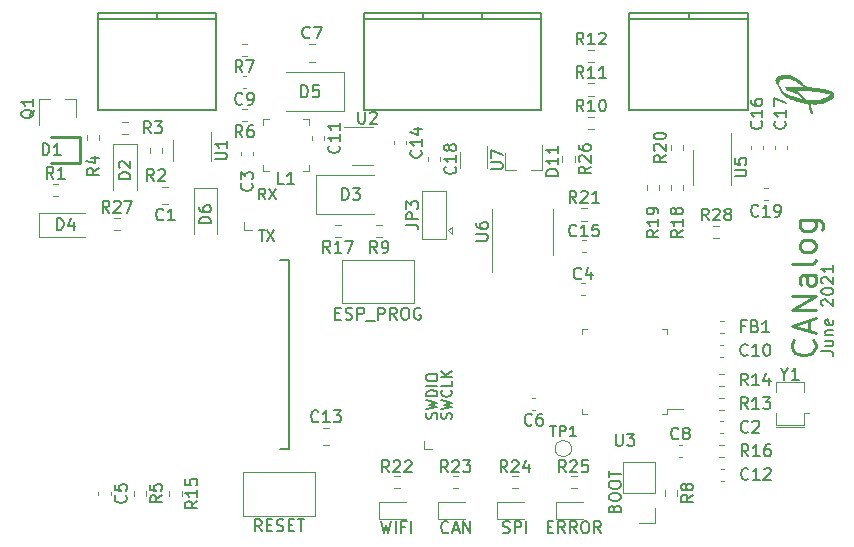
<source format=gbr>
%TF.GenerationSoftware,KiCad,Pcbnew,5.1.10*%
%TF.CreationDate,2021-06-21T15:48:10-04:00*%
%TF.ProjectId,CANalog,43414e61-6c6f-4672-9e6b-696361645f70,rev?*%
%TF.SameCoordinates,PX5b8d800PY848f8c0*%
%TF.FileFunction,Legend,Top*%
%TF.FilePolarity,Positive*%
%FSLAX46Y46*%
G04 Gerber Fmt 4.6, Leading zero omitted, Abs format (unit mm)*
G04 Created by KiCad (PCBNEW 5.1.10) date 2021-06-21 15:48:10*
%MOMM*%
%LPD*%
G01*
G04 APERTURE LIST*
%ADD10C,0.150000*%
%ADD11C,0.285714*%
%ADD12C,0.128571*%
%ADD13C,0.120000*%
%ADD14C,0.152400*%
%ADD15C,0.010000*%
%ADD16C,0.250000*%
G04 APERTURE END LIST*
D10*
X-2547620Y-29826190D02*
X-1833334Y-29826190D01*
X-1690477Y-29873809D01*
X-1595239Y-29969047D01*
X-1547620Y-30111904D01*
X-1547620Y-30207142D01*
X-2214286Y-28921428D02*
X-1547620Y-28921428D01*
X-2214286Y-29350000D02*
X-1690477Y-29350000D01*
X-1595239Y-29302380D01*
X-1547620Y-29207142D01*
X-1547620Y-29064285D01*
X-1595239Y-28969047D01*
X-1642858Y-28921428D01*
X-2214286Y-28445238D02*
X-1547620Y-28445238D01*
X-2119048Y-28445238D02*
X-2166667Y-28397619D01*
X-2214286Y-28302380D01*
X-2214286Y-28159523D01*
X-2166667Y-28064285D01*
X-2071429Y-28016666D01*
X-1547620Y-28016666D01*
X-1595239Y-27159523D02*
X-1547620Y-27254761D01*
X-1547620Y-27445238D01*
X-1595239Y-27540476D01*
X-1690477Y-27588095D01*
X-2071429Y-27588095D01*
X-2166667Y-27540476D01*
X-2214286Y-27445238D01*
X-2214286Y-27254761D01*
X-2166667Y-27159523D01*
X-2071429Y-27111904D01*
X-1976191Y-27111904D01*
X-1880953Y-27588095D01*
X-2452381Y-25969047D02*
X-2500000Y-25921428D01*
X-2547620Y-25826190D01*
X-2547620Y-25588095D01*
X-2500000Y-25492857D01*
X-2452381Y-25445238D01*
X-2357143Y-25397619D01*
X-2261905Y-25397619D01*
X-2119048Y-25445238D01*
X-1547620Y-26016666D01*
X-1547620Y-25397619D01*
X-2547620Y-24778571D02*
X-2547620Y-24683333D01*
X-2500000Y-24588095D01*
X-2452381Y-24540476D01*
X-2357143Y-24492857D01*
X-2166667Y-24445238D01*
X-1928572Y-24445238D01*
X-1738096Y-24492857D01*
X-1642858Y-24540476D01*
X-1595239Y-24588095D01*
X-1547620Y-24683333D01*
X-1547620Y-24778571D01*
X-1595239Y-24873809D01*
X-1642858Y-24921428D01*
X-1738096Y-24969047D01*
X-1928572Y-25016666D01*
X-2166667Y-25016666D01*
X-2357143Y-24969047D01*
X-2452381Y-24921428D01*
X-2500000Y-24873809D01*
X-2547620Y-24778571D01*
X-2452381Y-24064285D02*
X-2500000Y-24016666D01*
X-2547620Y-23921428D01*
X-2547620Y-23683333D01*
X-2500000Y-23588095D01*
X-2452381Y-23540476D01*
X-2357143Y-23492857D01*
X-2261905Y-23492857D01*
X-2119048Y-23540476D01*
X-1547620Y-24111904D01*
X-1547620Y-23492857D01*
X-1547620Y-22540476D02*
X-1547620Y-23111904D01*
X-1547620Y-22826190D02*
X-2547620Y-22826190D01*
X-2404762Y-22921428D01*
X-2309524Y-23016666D01*
X-2261905Y-23111904D01*
D11*
X-3235715Y-28873809D02*
X-3140477Y-28969047D01*
X-3045239Y-29254761D01*
X-3045239Y-29445238D01*
X-3140477Y-29730952D01*
X-3330953Y-29921428D01*
X-3521429Y-30016666D01*
X-3902381Y-30111904D01*
X-4188096Y-30111904D01*
X-4569048Y-30016666D01*
X-4759524Y-29921428D01*
X-4950000Y-29730952D01*
X-5045239Y-29445238D01*
X-5045239Y-29254761D01*
X-4950000Y-28969047D01*
X-4854762Y-28873809D01*
X-3616667Y-28111904D02*
X-3616667Y-27159523D01*
X-3045239Y-28302380D02*
X-5045239Y-27635714D01*
X-3045239Y-26969047D01*
X-3045239Y-26302380D02*
X-5045239Y-26302380D01*
X-3045239Y-25159523D01*
X-5045239Y-25159523D01*
X-3045239Y-23350000D02*
X-4092858Y-23350000D01*
X-4283334Y-23445238D01*
X-4378572Y-23635714D01*
X-4378572Y-24016666D01*
X-4283334Y-24207142D01*
X-3140477Y-23350000D02*
X-3045239Y-23540476D01*
X-3045239Y-24016666D01*
X-3140477Y-24207142D01*
X-3330953Y-24302380D01*
X-3521429Y-24302380D01*
X-3711905Y-24207142D01*
X-3807143Y-24016666D01*
X-3807143Y-23540476D01*
X-3902381Y-23350000D01*
X-3045239Y-22111904D02*
X-3140477Y-22302380D01*
X-3330953Y-22397619D01*
X-5045239Y-22397619D01*
X-3045239Y-21064285D02*
X-3140477Y-21254761D01*
X-3235715Y-21350000D01*
X-3426191Y-21445238D01*
X-3997620Y-21445238D01*
X-4188096Y-21350000D01*
X-4283334Y-21254761D01*
X-4378572Y-21064285D01*
X-4378572Y-20778571D01*
X-4283334Y-20588095D01*
X-4188096Y-20492857D01*
X-3997620Y-20397619D01*
X-3426191Y-20397619D01*
X-3235715Y-20492857D01*
X-3140477Y-20588095D01*
X-3045239Y-20778571D01*
X-3045239Y-21064285D01*
X-4378572Y-18683333D02*
X-2759524Y-18683333D01*
X-2569048Y-18778571D01*
X-2473810Y-18873809D01*
X-2378572Y-19064285D01*
X-2378572Y-19350000D01*
X-2473810Y-19540476D01*
X-3140477Y-18683333D02*
X-3045239Y-18873809D01*
X-3045239Y-19254761D01*
X-3140477Y-19445238D01*
X-3235715Y-19540476D01*
X-3426191Y-19635714D01*
X-3997620Y-19635714D01*
X-4188096Y-19540476D01*
X-4283334Y-19445238D01*
X-4378572Y-19254761D01*
X-4378572Y-18873809D01*
X-4283334Y-18683333D01*
D12*
X-49650000Y-16957142D02*
X-49950000Y-16528571D01*
X-50164286Y-16957142D02*
X-50164286Y-16057142D01*
X-49821429Y-16057142D01*
X-49735715Y-16100000D01*
X-49692858Y-16142857D01*
X-49650000Y-16228571D01*
X-49650000Y-16357142D01*
X-49692858Y-16442857D01*
X-49735715Y-16485714D01*
X-49821429Y-16528571D01*
X-50164286Y-16528571D01*
X-49350000Y-16057142D02*
X-48750000Y-16957142D01*
X-48750000Y-16057142D02*
X-49350000Y-16957142D01*
X-50185715Y-19557142D02*
X-49671429Y-19557142D01*
X-49928572Y-20457142D02*
X-49928572Y-19557142D01*
X-49457143Y-19557142D02*
X-48857143Y-20457142D01*
X-48857143Y-19557142D02*
X-49457143Y-20457142D01*
D10*
X-43695239Y-26603571D02*
X-43361905Y-26603571D01*
X-43219048Y-27127380D02*
X-43695239Y-27127380D01*
X-43695239Y-26127380D01*
X-43219048Y-26127380D01*
X-42838096Y-27079761D02*
X-42695239Y-27127380D01*
X-42457143Y-27127380D01*
X-42361905Y-27079761D01*
X-42314286Y-27032142D01*
X-42266667Y-26936904D01*
X-42266667Y-26841666D01*
X-42314286Y-26746428D01*
X-42361905Y-26698809D01*
X-42457143Y-26651190D01*
X-42647620Y-26603571D01*
X-42742858Y-26555952D01*
X-42790477Y-26508333D01*
X-42838096Y-26413095D01*
X-42838096Y-26317857D01*
X-42790477Y-26222619D01*
X-42742858Y-26175000D01*
X-42647620Y-26127380D01*
X-42409524Y-26127380D01*
X-42266667Y-26175000D01*
X-41838096Y-27127380D02*
X-41838096Y-26127380D01*
X-41457143Y-26127380D01*
X-41361905Y-26175000D01*
X-41314286Y-26222619D01*
X-41266667Y-26317857D01*
X-41266667Y-26460714D01*
X-41314286Y-26555952D01*
X-41361905Y-26603571D01*
X-41457143Y-26651190D01*
X-41838096Y-26651190D01*
X-41076191Y-27222619D02*
X-40314286Y-27222619D01*
X-40076191Y-27127380D02*
X-40076191Y-26127380D01*
X-39695239Y-26127380D01*
X-39600000Y-26175000D01*
X-39552381Y-26222619D01*
X-39504762Y-26317857D01*
X-39504762Y-26460714D01*
X-39552381Y-26555952D01*
X-39600000Y-26603571D01*
X-39695239Y-26651190D01*
X-40076191Y-26651190D01*
X-38504762Y-27127380D02*
X-38838096Y-26651190D01*
X-39076191Y-27127380D02*
X-39076191Y-26127380D01*
X-38695239Y-26127380D01*
X-38600000Y-26175000D01*
X-38552381Y-26222619D01*
X-38504762Y-26317857D01*
X-38504762Y-26460714D01*
X-38552381Y-26555952D01*
X-38600000Y-26603571D01*
X-38695239Y-26651190D01*
X-39076191Y-26651190D01*
X-37885715Y-26127380D02*
X-37695239Y-26127380D01*
X-37600000Y-26175000D01*
X-37504762Y-26270238D01*
X-37457143Y-26460714D01*
X-37457143Y-26794047D01*
X-37504762Y-26984523D01*
X-37600000Y-27079761D01*
X-37695239Y-27127380D01*
X-37885715Y-27127380D01*
X-37980953Y-27079761D01*
X-38076191Y-26984523D01*
X-38123810Y-26794047D01*
X-38123810Y-26460714D01*
X-38076191Y-26270238D01*
X-37980953Y-26175000D01*
X-37885715Y-26127380D01*
X-36504762Y-26175000D02*
X-36600000Y-26127380D01*
X-36742858Y-26127380D01*
X-36885715Y-26175000D01*
X-36980953Y-26270238D01*
X-37028572Y-26365476D01*
X-37076191Y-26555952D01*
X-37076191Y-26698809D01*
X-37028572Y-26889285D01*
X-36980953Y-26984523D01*
X-36885715Y-27079761D01*
X-36742858Y-27127380D01*
X-36647620Y-27127380D01*
X-36504762Y-27079761D01*
X-36457143Y-27032142D01*
X-36457143Y-26698809D01*
X-36647620Y-26698809D01*
X-49952381Y-45052380D02*
X-50285715Y-44576190D01*
X-50523810Y-45052380D02*
X-50523810Y-44052380D01*
X-50142858Y-44052380D01*
X-50047620Y-44100000D01*
X-50000000Y-44147619D01*
X-49952381Y-44242857D01*
X-49952381Y-44385714D01*
X-50000000Y-44480952D01*
X-50047620Y-44528571D01*
X-50142858Y-44576190D01*
X-50523810Y-44576190D01*
X-49523810Y-44528571D02*
X-49190477Y-44528571D01*
X-49047620Y-45052380D02*
X-49523810Y-45052380D01*
X-49523810Y-44052380D01*
X-49047620Y-44052380D01*
X-48666667Y-45004761D02*
X-48523810Y-45052380D01*
X-48285715Y-45052380D01*
X-48190477Y-45004761D01*
X-48142858Y-44957142D01*
X-48095239Y-44861904D01*
X-48095239Y-44766666D01*
X-48142858Y-44671428D01*
X-48190477Y-44623809D01*
X-48285715Y-44576190D01*
X-48476191Y-44528571D01*
X-48571429Y-44480952D01*
X-48619048Y-44433333D01*
X-48666667Y-44338095D01*
X-48666667Y-44242857D01*
X-48619048Y-44147619D01*
X-48571429Y-44100000D01*
X-48476191Y-44052380D01*
X-48238096Y-44052380D01*
X-48095239Y-44100000D01*
X-47666667Y-44528571D02*
X-47333334Y-44528571D01*
X-47190477Y-45052380D02*
X-47666667Y-45052380D01*
X-47666667Y-44052380D01*
X-47190477Y-44052380D01*
X-46904762Y-44052380D02*
X-46333334Y-44052380D01*
X-46619048Y-45052380D02*
X-46619048Y-44052380D01*
D12*
X-33885715Y-35545000D02*
X-33842858Y-35416428D01*
X-33842858Y-35202143D01*
X-33885715Y-35116428D01*
X-33928572Y-35073571D01*
X-34014286Y-35030714D01*
X-34100000Y-35030714D01*
X-34185715Y-35073571D01*
X-34228572Y-35116428D01*
X-34271429Y-35202143D01*
X-34314286Y-35373571D01*
X-34357143Y-35459285D01*
X-34400000Y-35502143D01*
X-34485715Y-35545000D01*
X-34571429Y-35545000D01*
X-34657143Y-35502143D01*
X-34700000Y-35459285D01*
X-34742858Y-35373571D01*
X-34742858Y-35159285D01*
X-34700000Y-35030714D01*
X-34742858Y-34730714D02*
X-33842858Y-34516428D01*
X-34485715Y-34345000D01*
X-33842858Y-34173571D01*
X-34742858Y-33959285D01*
X-33928572Y-33102143D02*
X-33885715Y-33145000D01*
X-33842858Y-33273571D01*
X-33842858Y-33359285D01*
X-33885715Y-33487857D01*
X-33971429Y-33573571D01*
X-34057143Y-33616428D01*
X-34228572Y-33659285D01*
X-34357143Y-33659285D01*
X-34528572Y-33616428D01*
X-34614286Y-33573571D01*
X-34700000Y-33487857D01*
X-34742858Y-33359285D01*
X-34742858Y-33273571D01*
X-34700000Y-33145000D01*
X-34657143Y-33102143D01*
X-33842858Y-32287857D02*
X-33842858Y-32716428D01*
X-34742858Y-32716428D01*
X-33842858Y-31987857D02*
X-34742858Y-31987857D01*
X-33842858Y-31473571D02*
X-34357143Y-31859285D01*
X-34742858Y-31473571D02*
X-34228572Y-31987857D01*
X-35135715Y-35545000D02*
X-35092858Y-35416428D01*
X-35092858Y-35202143D01*
X-35135715Y-35116428D01*
X-35178572Y-35073571D01*
X-35264286Y-35030714D01*
X-35350000Y-35030714D01*
X-35435715Y-35073571D01*
X-35478572Y-35116428D01*
X-35521429Y-35202143D01*
X-35564286Y-35373571D01*
X-35607143Y-35459285D01*
X-35650000Y-35502143D01*
X-35735715Y-35545000D01*
X-35821429Y-35545000D01*
X-35907143Y-35502143D01*
X-35950000Y-35459285D01*
X-35992858Y-35373571D01*
X-35992858Y-35159285D01*
X-35950000Y-35030714D01*
X-35992858Y-34730714D02*
X-35092858Y-34516428D01*
X-35735715Y-34345000D01*
X-35092858Y-34173571D01*
X-35992858Y-33959285D01*
X-35092858Y-33616428D02*
X-35992858Y-33616428D01*
X-35992858Y-33402143D01*
X-35950000Y-33273571D01*
X-35864286Y-33187857D01*
X-35778572Y-33145000D01*
X-35607143Y-33102143D01*
X-35478572Y-33102143D01*
X-35307143Y-33145000D01*
X-35221429Y-33187857D01*
X-35135715Y-33273571D01*
X-35092858Y-33402143D01*
X-35092858Y-33616428D01*
X-35092858Y-32716428D02*
X-35992858Y-32716428D01*
X-35992858Y-32116428D02*
X-35992858Y-31945000D01*
X-35950000Y-31859285D01*
X-35864286Y-31773571D01*
X-35692858Y-31730714D01*
X-35392858Y-31730714D01*
X-35221429Y-31773571D01*
X-35135715Y-31859285D01*
X-35092858Y-31945000D01*
X-35092858Y-32116428D01*
X-35135715Y-32202143D01*
X-35221429Y-32287857D01*
X-35392858Y-32330714D01*
X-35692858Y-32330714D01*
X-35864286Y-32287857D01*
X-35950000Y-32202143D01*
X-35992858Y-32116428D01*
D10*
X-25738096Y-44678571D02*
X-25404762Y-44678571D01*
X-25261905Y-45202380D02*
X-25738096Y-45202380D01*
X-25738096Y-44202380D01*
X-25261905Y-44202380D01*
X-24261905Y-45202380D02*
X-24595239Y-44726190D01*
X-24833334Y-45202380D02*
X-24833334Y-44202380D01*
X-24452381Y-44202380D01*
X-24357143Y-44250000D01*
X-24309524Y-44297619D01*
X-24261905Y-44392857D01*
X-24261905Y-44535714D01*
X-24309524Y-44630952D01*
X-24357143Y-44678571D01*
X-24452381Y-44726190D01*
X-24833334Y-44726190D01*
X-23261905Y-45202380D02*
X-23595239Y-44726190D01*
X-23833334Y-45202380D02*
X-23833334Y-44202380D01*
X-23452381Y-44202380D01*
X-23357143Y-44250000D01*
X-23309524Y-44297619D01*
X-23261905Y-44392857D01*
X-23261905Y-44535714D01*
X-23309524Y-44630952D01*
X-23357143Y-44678571D01*
X-23452381Y-44726190D01*
X-23833334Y-44726190D01*
X-22642858Y-44202380D02*
X-22452381Y-44202380D01*
X-22357143Y-44250000D01*
X-22261905Y-44345238D01*
X-22214286Y-44535714D01*
X-22214286Y-44869047D01*
X-22261905Y-45059523D01*
X-22357143Y-45154761D01*
X-22452381Y-45202380D01*
X-22642858Y-45202380D01*
X-22738096Y-45154761D01*
X-22833334Y-45059523D01*
X-22880953Y-44869047D01*
X-22880953Y-44535714D01*
X-22833334Y-44345238D01*
X-22738096Y-44250000D01*
X-22642858Y-44202380D01*
X-21214286Y-45202380D02*
X-21547620Y-44726190D01*
X-21785715Y-45202380D02*
X-21785715Y-44202380D01*
X-21404762Y-44202380D01*
X-21309524Y-44250000D01*
X-21261905Y-44297619D01*
X-21214286Y-44392857D01*
X-21214286Y-44535714D01*
X-21261905Y-44630952D01*
X-21309524Y-44678571D01*
X-21404762Y-44726190D01*
X-21785715Y-44726190D01*
X-29523810Y-45154761D02*
X-29380953Y-45202380D01*
X-29142858Y-45202380D01*
X-29047620Y-45154761D01*
X-29000000Y-45107142D01*
X-28952381Y-45011904D01*
X-28952381Y-44916666D01*
X-29000000Y-44821428D01*
X-29047620Y-44773809D01*
X-29142858Y-44726190D01*
X-29333334Y-44678571D01*
X-29428572Y-44630952D01*
X-29476191Y-44583333D01*
X-29523810Y-44488095D01*
X-29523810Y-44392857D01*
X-29476191Y-44297619D01*
X-29428572Y-44250000D01*
X-29333334Y-44202380D01*
X-29095239Y-44202380D01*
X-28952381Y-44250000D01*
X-28523810Y-45202380D02*
X-28523810Y-44202380D01*
X-28142858Y-44202380D01*
X-28047620Y-44250000D01*
X-28000000Y-44297619D01*
X-27952381Y-44392857D01*
X-27952381Y-44535714D01*
X-28000000Y-44630952D01*
X-28047620Y-44678571D01*
X-28142858Y-44726190D01*
X-28523810Y-44726190D01*
X-27523810Y-45202380D02*
X-27523810Y-44202380D01*
X-34142858Y-45107142D02*
X-34190477Y-45154761D01*
X-34333334Y-45202380D01*
X-34428572Y-45202380D01*
X-34571429Y-45154761D01*
X-34666667Y-45059523D01*
X-34714286Y-44964285D01*
X-34761905Y-44773809D01*
X-34761905Y-44630952D01*
X-34714286Y-44440476D01*
X-34666667Y-44345238D01*
X-34571429Y-44250000D01*
X-34428572Y-44202380D01*
X-34333334Y-44202380D01*
X-34190477Y-44250000D01*
X-34142858Y-44297619D01*
X-33761905Y-44916666D02*
X-33285715Y-44916666D01*
X-33857143Y-45202380D02*
X-33523810Y-44202380D01*
X-33190477Y-45202380D01*
X-32857143Y-45202380D02*
X-32857143Y-44202380D01*
X-32285715Y-45202380D01*
X-32285715Y-44202380D01*
X-39833334Y-44202380D02*
X-39595239Y-45202380D01*
X-39404762Y-44488095D01*
X-39214286Y-45202380D01*
X-38976191Y-44202380D01*
X-38595239Y-45202380D02*
X-38595239Y-44202380D01*
X-37785715Y-44678571D02*
X-38119048Y-44678571D01*
X-38119048Y-45202380D02*
X-38119048Y-44202380D01*
X-37642858Y-44202380D01*
X-37261905Y-45202380D02*
X-37261905Y-44202380D01*
X-20071429Y-43107142D02*
X-20023810Y-42964285D01*
X-19976191Y-42916666D01*
X-19880953Y-42869047D01*
X-19738096Y-42869047D01*
X-19642858Y-42916666D01*
X-19595239Y-42964285D01*
X-19547620Y-43059523D01*
X-19547620Y-43440476D01*
X-20547620Y-43440476D01*
X-20547620Y-43107142D01*
X-20500000Y-43011904D01*
X-20452381Y-42964285D01*
X-20357143Y-42916666D01*
X-20261905Y-42916666D01*
X-20166667Y-42964285D01*
X-20119048Y-43011904D01*
X-20071429Y-43107142D01*
X-20071429Y-43440476D01*
X-20547620Y-42250000D02*
X-20547620Y-42059523D01*
X-20500000Y-41964285D01*
X-20404762Y-41869047D01*
X-20214286Y-41821428D01*
X-19880953Y-41821428D01*
X-19690477Y-41869047D01*
X-19595239Y-41964285D01*
X-19547620Y-42059523D01*
X-19547620Y-42250000D01*
X-19595239Y-42345238D01*
X-19690477Y-42440476D01*
X-19880953Y-42488095D01*
X-20214286Y-42488095D01*
X-20404762Y-42440476D01*
X-20500000Y-42345238D01*
X-20547620Y-42250000D01*
X-20547620Y-41202380D02*
X-20547620Y-41011904D01*
X-20500000Y-40916666D01*
X-20404762Y-40821428D01*
X-20214286Y-40773809D01*
X-19880953Y-40773809D01*
X-19690477Y-40821428D01*
X-19595239Y-40916666D01*
X-19547620Y-41011904D01*
X-19547620Y-41202380D01*
X-19595239Y-41297619D01*
X-19690477Y-41392857D01*
X-19880953Y-41440476D01*
X-20214286Y-41440476D01*
X-20404762Y-41392857D01*
X-20500000Y-41297619D01*
X-20547620Y-41202380D01*
X-20547620Y-40488095D02*
X-20547620Y-39916666D01*
X-19547620Y-40202380D02*
X-20547620Y-40202380D01*
D13*
%TO.C,C17*%
X-5490000Y-12434420D02*
X-5490000Y-12715580D01*
X-6510000Y-12434420D02*
X-6510000Y-12715580D01*
%TO.C,C16*%
X-7490000Y-12434420D02*
X-7490000Y-12715580D01*
X-8510000Y-12434420D02*
X-8510000Y-12715580D01*
%TO.C,U5*%
X-10190000Y-14250000D02*
X-10190000Y-11325000D01*
X-10190000Y-14250000D02*
X-10190000Y-15750000D01*
X-13410000Y-14250000D02*
X-13410000Y-12750000D01*
X-13410000Y-14250000D02*
X-13410000Y-15750000D01*
%TO.C,R28*%
X-11687258Y-20222500D02*
X-11212742Y-20222500D01*
X-11687258Y-19177500D02*
X-11212742Y-19177500D01*
%TO.C,R20*%
X-15322500Y-12312742D02*
X-15322500Y-12787258D01*
X-14277500Y-12312742D02*
X-14277500Y-12787258D01*
%TO.C,R19*%
X-17322500Y-15712742D02*
X-17322500Y-16187258D01*
X-16277500Y-15712742D02*
X-16277500Y-16187258D01*
%TO.C,R18*%
X-15322500Y-15712742D02*
X-15322500Y-16187258D01*
X-14277500Y-15712742D02*
X-14277500Y-16187258D01*
%TO.C,C19*%
X-7390580Y-17010000D02*
X-7109420Y-17010000D01*
X-7390580Y-15990000D02*
X-7109420Y-15990000D01*
%TO.C,R27*%
X-62437258Y-18527500D02*
X-61962742Y-18527500D01*
X-62437258Y-19572500D02*
X-61962742Y-19572500D01*
D14*
%TO.C,U4*%
X-47629000Y-22064000D02*
X-48391000Y-22064000D01*
X-47629000Y-38066000D02*
X-47629000Y-22064000D01*
X-48391000Y-38066000D02*
X-47629000Y-38066000D01*
D15*
%TO.C,G\u002A\u002A\u002A*%
G36*
X-6431463Y-6765170D02*
G01*
X-6398783Y-6714430D01*
X-6349314Y-6658603D01*
X-6287134Y-6602245D01*
X-6216319Y-6549913D01*
X-6210305Y-6545973D01*
X-6092453Y-6481319D01*
X-5967161Y-6436921D01*
X-5828164Y-6410943D01*
X-5721724Y-6402827D01*
X-5579325Y-6404266D01*
X-5439701Y-6420945D01*
X-5297742Y-6454170D01*
X-5148337Y-6505247D01*
X-4986375Y-6575479D01*
X-4920508Y-6607445D01*
X-4770768Y-6686674D01*
X-4635030Y-6769350D01*
X-4506159Y-6860562D01*
X-4377017Y-6965398D01*
X-4240468Y-7088947D01*
X-4226130Y-7102528D01*
X-4150895Y-7170957D01*
X-4081514Y-7226019D01*
X-4008493Y-7274316D01*
X-3922340Y-7322448D01*
X-3874779Y-7346805D01*
X-3819792Y-7375858D01*
X-3773864Y-7402790D01*
X-3743720Y-7423533D01*
X-3736612Y-7430389D01*
X-3723954Y-7439751D01*
X-3698685Y-7447225D01*
X-3656843Y-7453385D01*
X-3594461Y-7458806D01*
X-3507575Y-7464060D01*
X-3501723Y-7464370D01*
X-3417929Y-7470404D01*
X-3314493Y-7480351D01*
X-3200057Y-7493236D01*
X-3083260Y-7508080D01*
X-2972742Y-7523907D01*
X-2965427Y-7525032D01*
X-2863828Y-7540579D01*
X-2763108Y-7555704D01*
X-2669730Y-7569457D01*
X-2590158Y-7580888D01*
X-2530857Y-7589048D01*
X-2519945Y-7590468D01*
X-2419384Y-7606383D01*
X-2307291Y-7629269D01*
X-2190562Y-7657267D01*
X-2076091Y-7688519D01*
X-1970776Y-7721164D01*
X-1881511Y-7753345D01*
X-1826418Y-7777441D01*
X-1757704Y-7814351D01*
X-1706535Y-7850219D01*
X-1663043Y-7892510D01*
X-1642598Y-7916546D01*
X-1606669Y-7962547D01*
X-1575984Y-8005179D01*
X-1557354Y-8034922D01*
X-1537519Y-8087994D01*
X-1528186Y-8144208D01*
X-1531060Y-8191283D01*
X-1534257Y-8201088D01*
X-1552885Y-8228139D01*
X-1588929Y-8267511D01*
X-1636927Y-8314190D01*
X-1691418Y-8363165D01*
X-1746944Y-8409421D01*
X-1798042Y-8447947D01*
X-1817189Y-8460822D01*
X-1856221Y-8483569D01*
X-1915037Y-8515053D01*
X-1987341Y-8552032D01*
X-2066834Y-8591264D01*
X-2119869Y-8616669D01*
X-2291524Y-8691995D01*
X-2451212Y-8748992D01*
X-2606937Y-8789945D01*
X-2766703Y-8817139D01*
X-2855678Y-8826749D01*
X-2932293Y-8831601D01*
X-3025301Y-8834428D01*
X-3128064Y-8835330D01*
X-3233948Y-8834410D01*
X-3336315Y-8831770D01*
X-3403790Y-8828653D01*
X-3403790Y-8563624D01*
X-3283750Y-8563593D01*
X-3178559Y-8561998D01*
X-3070352Y-8559646D01*
X-2985354Y-8557058D01*
X-2918078Y-8553681D01*
X-2863034Y-8548962D01*
X-2814734Y-8542346D01*
X-2767689Y-8533281D01*
X-2716411Y-8521214D01*
X-2678579Y-8511593D01*
X-2591803Y-8485186D01*
X-2487782Y-8447187D01*
X-2373846Y-8400829D01*
X-2257325Y-8349342D01*
X-2145550Y-8295960D01*
X-2045851Y-8243914D01*
X-1969460Y-8198946D01*
X-1917535Y-8163015D01*
X-1867201Y-8123543D01*
X-1823251Y-8084899D01*
X-1790477Y-8051454D01*
X-1773674Y-8027580D01*
X-1773104Y-8019888D01*
X-1789538Y-8010353D01*
X-1826705Y-7995693D01*
X-1877701Y-7978535D01*
X-1898489Y-7972142D01*
X-2033868Y-7934250D01*
X-2170966Y-7901783D01*
X-2318356Y-7872918D01*
X-2484611Y-7845833D01*
X-2511161Y-7841891D01*
X-2614845Y-7826681D01*
X-2733911Y-7809243D01*
X-2855341Y-7791482D01*
X-2966116Y-7775303D01*
X-2992006Y-7771527D01*
X-3137741Y-7752551D01*
X-3292253Y-7737059D01*
X-3458961Y-7724874D01*
X-3641288Y-7715817D01*
X-3842654Y-7709712D01*
X-4066481Y-7706381D01*
X-4262277Y-7705593D01*
X-4742357Y-7705593D01*
X-4663622Y-7758585D01*
X-4625564Y-7787638D01*
X-4571568Y-7833589D01*
X-4505634Y-7892693D01*
X-4431760Y-7961204D01*
X-4353947Y-8035375D01*
X-4276194Y-8111461D01*
X-4202500Y-8185714D01*
X-4155780Y-8234271D01*
X-4113751Y-8275722D01*
X-4057381Y-8327355D01*
X-3994966Y-8381716D01*
X-3950163Y-8418995D01*
X-3817154Y-8527076D01*
X-3662885Y-8547818D01*
X-3588474Y-8555880D01*
X-3503737Y-8561101D01*
X-3403790Y-8563624D01*
X-3403790Y-8828653D01*
X-3428528Y-8827510D01*
X-3503953Y-8821732D01*
X-3547312Y-8816160D01*
X-3600358Y-8807059D01*
X-3537405Y-8955902D01*
X-3506175Y-9033824D01*
X-3474658Y-9119294D01*
X-3447674Y-9198970D01*
X-3436971Y-9233898D01*
X-3420294Y-9297507D01*
X-3403690Y-9371436D01*
X-3388286Y-9449242D01*
X-3375206Y-9524485D01*
X-3365575Y-9590723D01*
X-3360519Y-9641513D01*
X-3360917Y-9669281D01*
X-3369981Y-9670063D01*
X-3390010Y-9651343D01*
X-3417353Y-9618315D01*
X-3448354Y-9576173D01*
X-3479361Y-9530114D01*
X-3506719Y-9485331D01*
X-3526776Y-9447019D01*
X-3535853Y-9420555D01*
X-3559019Y-9264282D01*
X-3584418Y-9127785D01*
X-3611570Y-9012876D01*
X-3639989Y-8921368D01*
X-3669195Y-8855074D01*
X-3696447Y-8817813D01*
X-3717077Y-8803225D01*
X-3747647Y-8790609D01*
X-3793042Y-8778627D01*
X-3858142Y-8765944D01*
X-3928451Y-8754273D01*
X-4068277Y-8728738D01*
X-4068277Y-8481947D01*
X-4273623Y-8279476D01*
X-4380346Y-8177296D01*
X-4475520Y-8093578D01*
X-4565031Y-8023991D01*
X-4654765Y-7964199D01*
X-4750608Y-7909870D01*
X-4828842Y-7870674D01*
X-4906552Y-7837390D01*
X-5004274Y-7801580D01*
X-5113781Y-7765842D01*
X-5226845Y-7732775D01*
X-5335241Y-7704980D01*
X-5394699Y-7691897D01*
X-5455848Y-7676242D01*
X-5492460Y-7657922D01*
X-5508699Y-7634355D01*
X-5510480Y-7620114D01*
X-5518350Y-7596504D01*
X-5538979Y-7558229D01*
X-5567881Y-7513606D01*
X-5596591Y-7470506D01*
X-5617176Y-7435565D01*
X-5625278Y-7416196D01*
X-5625283Y-7415983D01*
X-5611587Y-7411515D01*
X-5573007Y-7408759D01*
X-5513303Y-7407627D01*
X-5436233Y-7408031D01*
X-5345557Y-7409882D01*
X-5245036Y-7413093D01*
X-5138428Y-7417576D01*
X-5029494Y-7423242D01*
X-4921993Y-7430004D01*
X-4871893Y-7433621D01*
X-4812516Y-7437169D01*
X-4737519Y-7440212D01*
X-4651165Y-7442724D01*
X-4557720Y-7444674D01*
X-4461448Y-7446037D01*
X-4366613Y-7446782D01*
X-4277479Y-7446883D01*
X-4198312Y-7446310D01*
X-4133374Y-7445036D01*
X-4086932Y-7443032D01*
X-4063249Y-7440271D01*
X-4061102Y-7438980D01*
X-4070542Y-7425289D01*
X-4095030Y-7398243D01*
X-4122090Y-7370816D01*
X-4217284Y-7281843D01*
X-4322376Y-7191076D01*
X-4426779Y-7107442D01*
X-4491142Y-7059789D01*
X-4582455Y-7000426D01*
X-4692905Y-6937233D01*
X-4814077Y-6874412D01*
X-4937551Y-6816162D01*
X-5054912Y-6766681D01*
X-5141375Y-6735371D01*
X-5211165Y-6713388D01*
X-5268214Y-6698143D01*
X-5321705Y-6688121D01*
X-5380820Y-6681804D01*
X-5454741Y-6677678D01*
X-5501399Y-6675917D01*
X-5616127Y-6674425D01*
X-5710884Y-6679784D01*
X-5793898Y-6693501D01*
X-5873397Y-6717082D01*
X-5957609Y-6752033D01*
X-5983398Y-6764180D01*
X-6046144Y-6799950D01*
X-6110811Y-6846205D01*
X-6170940Y-6897338D01*
X-6220071Y-6947745D01*
X-6251747Y-6991820D01*
X-6255997Y-7000744D01*
X-6261499Y-7021412D01*
X-6261414Y-7047094D01*
X-6254661Y-7080783D01*
X-6240158Y-7125471D01*
X-6216824Y-7184151D01*
X-6183578Y-7259815D01*
X-6139339Y-7355455D01*
X-6090928Y-7457530D01*
X-6045157Y-7550838D01*
X-6006729Y-7622794D01*
X-5972421Y-7678734D01*
X-5939012Y-7723989D01*
X-5910303Y-7756576D01*
X-5809350Y-7848013D01*
X-5681741Y-7937694D01*
X-5529510Y-8024468D01*
X-5354696Y-8107186D01*
X-5159336Y-8184696D01*
X-5139792Y-8191743D01*
X-5029033Y-8229826D01*
X-4906081Y-8269485D01*
X-4775942Y-8309324D01*
X-4643620Y-8347945D01*
X-4514123Y-8383952D01*
X-4392455Y-8415947D01*
X-4283623Y-8442533D01*
X-4192632Y-8462314D01*
X-4132853Y-8472762D01*
X-4068277Y-8481947D01*
X-4068277Y-8728738D01*
X-4082291Y-8726178D01*
X-4251063Y-8688897D01*
X-4429195Y-8644109D01*
X-4611119Y-8593492D01*
X-4791262Y-8538723D01*
X-4964056Y-8481481D01*
X-5123930Y-8423443D01*
X-5265313Y-8366287D01*
X-5359802Y-8323091D01*
X-5506366Y-8246458D01*
X-5629373Y-8170221D01*
X-5733606Y-8090236D01*
X-5823847Y-8002358D01*
X-5904878Y-7902444D01*
X-5981482Y-7786347D01*
X-5984040Y-7782109D01*
X-6039275Y-7687237D01*
X-6096829Y-7582814D01*
X-6155026Y-7472398D01*
X-6212191Y-7359548D01*
X-6266649Y-7247824D01*
X-6316725Y-7140785D01*
X-6360743Y-7041990D01*
X-6397030Y-6955000D01*
X-6423909Y-6883373D01*
X-6439706Y-6830668D01*
X-6443277Y-6806270D01*
X-6431463Y-6765170D01*
G37*
X-6431463Y-6765170D02*
X-6398783Y-6714430D01*
X-6349314Y-6658603D01*
X-6287134Y-6602245D01*
X-6216319Y-6549913D01*
X-6210305Y-6545973D01*
X-6092453Y-6481319D01*
X-5967161Y-6436921D01*
X-5828164Y-6410943D01*
X-5721724Y-6402827D01*
X-5579325Y-6404266D01*
X-5439701Y-6420945D01*
X-5297742Y-6454170D01*
X-5148337Y-6505247D01*
X-4986375Y-6575479D01*
X-4920508Y-6607445D01*
X-4770768Y-6686674D01*
X-4635030Y-6769350D01*
X-4506159Y-6860562D01*
X-4377017Y-6965398D01*
X-4240468Y-7088947D01*
X-4226130Y-7102528D01*
X-4150895Y-7170957D01*
X-4081514Y-7226019D01*
X-4008493Y-7274316D01*
X-3922340Y-7322448D01*
X-3874779Y-7346805D01*
X-3819792Y-7375858D01*
X-3773864Y-7402790D01*
X-3743720Y-7423533D01*
X-3736612Y-7430389D01*
X-3723954Y-7439751D01*
X-3698685Y-7447225D01*
X-3656843Y-7453385D01*
X-3594461Y-7458806D01*
X-3507575Y-7464060D01*
X-3501723Y-7464370D01*
X-3417929Y-7470404D01*
X-3314493Y-7480351D01*
X-3200057Y-7493236D01*
X-3083260Y-7508080D01*
X-2972742Y-7523907D01*
X-2965427Y-7525032D01*
X-2863828Y-7540579D01*
X-2763108Y-7555704D01*
X-2669730Y-7569457D01*
X-2590158Y-7580888D01*
X-2530857Y-7589048D01*
X-2519945Y-7590468D01*
X-2419384Y-7606383D01*
X-2307291Y-7629269D01*
X-2190562Y-7657267D01*
X-2076091Y-7688519D01*
X-1970776Y-7721164D01*
X-1881511Y-7753345D01*
X-1826418Y-7777441D01*
X-1757704Y-7814351D01*
X-1706535Y-7850219D01*
X-1663043Y-7892510D01*
X-1642598Y-7916546D01*
X-1606669Y-7962547D01*
X-1575984Y-8005179D01*
X-1557354Y-8034922D01*
X-1537519Y-8087994D01*
X-1528186Y-8144208D01*
X-1531060Y-8191283D01*
X-1534257Y-8201088D01*
X-1552885Y-8228139D01*
X-1588929Y-8267511D01*
X-1636927Y-8314190D01*
X-1691418Y-8363165D01*
X-1746944Y-8409421D01*
X-1798042Y-8447947D01*
X-1817189Y-8460822D01*
X-1856221Y-8483569D01*
X-1915037Y-8515053D01*
X-1987341Y-8552032D01*
X-2066834Y-8591264D01*
X-2119869Y-8616669D01*
X-2291524Y-8691995D01*
X-2451212Y-8748992D01*
X-2606937Y-8789945D01*
X-2766703Y-8817139D01*
X-2855678Y-8826749D01*
X-2932293Y-8831601D01*
X-3025301Y-8834428D01*
X-3128064Y-8835330D01*
X-3233948Y-8834410D01*
X-3336315Y-8831770D01*
X-3403790Y-8828653D01*
X-3403790Y-8563624D01*
X-3283750Y-8563593D01*
X-3178559Y-8561998D01*
X-3070352Y-8559646D01*
X-2985354Y-8557058D01*
X-2918078Y-8553681D01*
X-2863034Y-8548962D01*
X-2814734Y-8542346D01*
X-2767689Y-8533281D01*
X-2716411Y-8521214D01*
X-2678579Y-8511593D01*
X-2591803Y-8485186D01*
X-2487782Y-8447187D01*
X-2373846Y-8400829D01*
X-2257325Y-8349342D01*
X-2145550Y-8295960D01*
X-2045851Y-8243914D01*
X-1969460Y-8198946D01*
X-1917535Y-8163015D01*
X-1867201Y-8123543D01*
X-1823251Y-8084899D01*
X-1790477Y-8051454D01*
X-1773674Y-8027580D01*
X-1773104Y-8019888D01*
X-1789538Y-8010353D01*
X-1826705Y-7995693D01*
X-1877701Y-7978535D01*
X-1898489Y-7972142D01*
X-2033868Y-7934250D01*
X-2170966Y-7901783D01*
X-2318356Y-7872918D01*
X-2484611Y-7845833D01*
X-2511161Y-7841891D01*
X-2614845Y-7826681D01*
X-2733911Y-7809243D01*
X-2855341Y-7791482D01*
X-2966116Y-7775303D01*
X-2992006Y-7771527D01*
X-3137741Y-7752551D01*
X-3292253Y-7737059D01*
X-3458961Y-7724874D01*
X-3641288Y-7715817D01*
X-3842654Y-7709712D01*
X-4066481Y-7706381D01*
X-4262277Y-7705593D01*
X-4742357Y-7705593D01*
X-4663622Y-7758585D01*
X-4625564Y-7787638D01*
X-4571568Y-7833589D01*
X-4505634Y-7892693D01*
X-4431760Y-7961204D01*
X-4353947Y-8035375D01*
X-4276194Y-8111461D01*
X-4202500Y-8185714D01*
X-4155780Y-8234271D01*
X-4113751Y-8275722D01*
X-4057381Y-8327355D01*
X-3994966Y-8381716D01*
X-3950163Y-8418995D01*
X-3817154Y-8527076D01*
X-3662885Y-8547818D01*
X-3588474Y-8555880D01*
X-3503737Y-8561101D01*
X-3403790Y-8563624D01*
X-3403790Y-8828653D01*
X-3428528Y-8827510D01*
X-3503953Y-8821732D01*
X-3547312Y-8816160D01*
X-3600358Y-8807059D01*
X-3537405Y-8955902D01*
X-3506175Y-9033824D01*
X-3474658Y-9119294D01*
X-3447674Y-9198970D01*
X-3436971Y-9233898D01*
X-3420294Y-9297507D01*
X-3403690Y-9371436D01*
X-3388286Y-9449242D01*
X-3375206Y-9524485D01*
X-3365575Y-9590723D01*
X-3360519Y-9641513D01*
X-3360917Y-9669281D01*
X-3369981Y-9670063D01*
X-3390010Y-9651343D01*
X-3417353Y-9618315D01*
X-3448354Y-9576173D01*
X-3479361Y-9530114D01*
X-3506719Y-9485331D01*
X-3526776Y-9447019D01*
X-3535853Y-9420555D01*
X-3559019Y-9264282D01*
X-3584418Y-9127785D01*
X-3611570Y-9012876D01*
X-3639989Y-8921368D01*
X-3669195Y-8855074D01*
X-3696447Y-8817813D01*
X-3717077Y-8803225D01*
X-3747647Y-8790609D01*
X-3793042Y-8778627D01*
X-3858142Y-8765944D01*
X-3928451Y-8754273D01*
X-4068277Y-8728738D01*
X-4068277Y-8481947D01*
X-4273623Y-8279476D01*
X-4380346Y-8177296D01*
X-4475520Y-8093578D01*
X-4565031Y-8023991D01*
X-4654765Y-7964199D01*
X-4750608Y-7909870D01*
X-4828842Y-7870674D01*
X-4906552Y-7837390D01*
X-5004274Y-7801580D01*
X-5113781Y-7765842D01*
X-5226845Y-7732775D01*
X-5335241Y-7704980D01*
X-5394699Y-7691897D01*
X-5455848Y-7676242D01*
X-5492460Y-7657922D01*
X-5508699Y-7634355D01*
X-5510480Y-7620114D01*
X-5518350Y-7596504D01*
X-5538979Y-7558229D01*
X-5567881Y-7513606D01*
X-5596591Y-7470506D01*
X-5617176Y-7435565D01*
X-5625278Y-7416196D01*
X-5625283Y-7415983D01*
X-5611587Y-7411515D01*
X-5573007Y-7408759D01*
X-5513303Y-7407627D01*
X-5436233Y-7408031D01*
X-5345557Y-7409882D01*
X-5245036Y-7413093D01*
X-5138428Y-7417576D01*
X-5029494Y-7423242D01*
X-4921993Y-7430004D01*
X-4871893Y-7433621D01*
X-4812516Y-7437169D01*
X-4737519Y-7440212D01*
X-4651165Y-7442724D01*
X-4557720Y-7444674D01*
X-4461448Y-7446037D01*
X-4366613Y-7446782D01*
X-4277479Y-7446883D01*
X-4198312Y-7446310D01*
X-4133374Y-7445036D01*
X-4086932Y-7443032D01*
X-4063249Y-7440271D01*
X-4061102Y-7438980D01*
X-4070542Y-7425289D01*
X-4095030Y-7398243D01*
X-4122090Y-7370816D01*
X-4217284Y-7281843D01*
X-4322376Y-7191076D01*
X-4426779Y-7107442D01*
X-4491142Y-7059789D01*
X-4582455Y-7000426D01*
X-4692905Y-6937233D01*
X-4814077Y-6874412D01*
X-4937551Y-6816162D01*
X-5054912Y-6766681D01*
X-5141375Y-6735371D01*
X-5211165Y-6713388D01*
X-5268214Y-6698143D01*
X-5321705Y-6688121D01*
X-5380820Y-6681804D01*
X-5454741Y-6677678D01*
X-5501399Y-6675917D01*
X-5616127Y-6674425D01*
X-5710884Y-6679784D01*
X-5793898Y-6693501D01*
X-5873397Y-6717082D01*
X-5957609Y-6752033D01*
X-5983398Y-6764180D01*
X-6046144Y-6799950D01*
X-6110811Y-6846205D01*
X-6170940Y-6897338D01*
X-6220071Y-6947745D01*
X-6251747Y-6991820D01*
X-6255997Y-7000744D01*
X-6261499Y-7021412D01*
X-6261414Y-7047094D01*
X-6254661Y-7080783D01*
X-6240158Y-7125471D01*
X-6216824Y-7184151D01*
X-6183578Y-7259815D01*
X-6139339Y-7355455D01*
X-6090928Y-7457530D01*
X-6045157Y-7550838D01*
X-6006729Y-7622794D01*
X-5972421Y-7678734D01*
X-5939012Y-7723989D01*
X-5910303Y-7756576D01*
X-5809350Y-7848013D01*
X-5681741Y-7937694D01*
X-5529510Y-8024468D01*
X-5354696Y-8107186D01*
X-5159336Y-8184696D01*
X-5139792Y-8191743D01*
X-5029033Y-8229826D01*
X-4906081Y-8269485D01*
X-4775942Y-8309324D01*
X-4643620Y-8347945D01*
X-4514123Y-8383952D01*
X-4392455Y-8415947D01*
X-4283623Y-8442533D01*
X-4192632Y-8462314D01*
X-4132853Y-8472762D01*
X-4068277Y-8481947D01*
X-4068277Y-8728738D01*
X-4082291Y-8726178D01*
X-4251063Y-8688897D01*
X-4429195Y-8644109D01*
X-4611119Y-8593492D01*
X-4791262Y-8538723D01*
X-4964056Y-8481481D01*
X-5123930Y-8423443D01*
X-5265313Y-8366287D01*
X-5359802Y-8323091D01*
X-5506366Y-8246458D01*
X-5629373Y-8170221D01*
X-5733606Y-8090236D01*
X-5823847Y-8002358D01*
X-5904878Y-7902444D01*
X-5981482Y-7786347D01*
X-5984040Y-7782109D01*
X-6039275Y-7687237D01*
X-6096829Y-7582814D01*
X-6155026Y-7472398D01*
X-6212191Y-7359548D01*
X-6266649Y-7247824D01*
X-6316725Y-7140785D01*
X-6360743Y-7041990D01*
X-6397030Y-6955000D01*
X-6423909Y-6883373D01*
X-6439706Y-6830668D01*
X-6443277Y-6806270D01*
X-6431463Y-6765170D01*
D13*
%TO.C,R14*%
X-11237258Y-31727500D02*
X-10762742Y-31727500D01*
X-11237258Y-32772500D02*
X-10762742Y-32772500D01*
%TO.C,J4*%
X-35520000Y-38070000D02*
X-36155000Y-38070000D01*
X-36155000Y-38070000D02*
X-36155000Y-37435000D01*
%TO.C,U3*%
X-22360000Y-27890000D02*
X-22810000Y-27890000D01*
X-22810000Y-27890000D02*
X-22810000Y-28340000D01*
X-16040000Y-27890000D02*
X-15590000Y-27890000D01*
X-15590000Y-27890000D02*
X-15590000Y-28340000D01*
X-22360000Y-35110000D02*
X-22810000Y-35110000D01*
X-22810000Y-35110000D02*
X-22810000Y-34660000D01*
X-16040000Y-35110000D02*
X-15590000Y-35110000D01*
X-15590000Y-35110000D02*
X-15590000Y-34660000D01*
X-15590000Y-34660000D02*
X-14300000Y-34660000D01*
%TO.C,FB1*%
X-11162779Y-27240000D02*
X-10837221Y-27240000D01*
X-11162779Y-28260000D02*
X-10837221Y-28260000D01*
%TO.C,J5*%
X-50770000Y-19520000D02*
X-51405000Y-19520000D01*
X-51405000Y-19520000D02*
X-51405000Y-18885000D01*
%TO.C,Y1*%
X-4000000Y-32450000D02*
X-4000000Y-33250000D01*
X-6400000Y-32450000D02*
X-4400000Y-32450000D01*
X-6400000Y-33250000D02*
X-6400000Y-32450000D01*
X-6400000Y-36050000D02*
X-6400000Y-35050000D01*
X-4400000Y-36050000D02*
X-6400000Y-36050000D01*
X-4000000Y-35050000D02*
X-4000000Y-36050000D01*
X-4000000Y-35050000D02*
X-3600000Y-35050000D01*
X-6400000Y-36250000D02*
X-4400000Y-36250000D01*
X-4400000Y-32450000D02*
X-4000000Y-32450000D01*
X-4400000Y-36050000D02*
X-4000000Y-36050000D01*
X-4400000Y-36250000D02*
X-4000000Y-36250000D01*
%TO.C,U7*%
X-30840000Y-14325000D02*
X-30840000Y-12425000D01*
X-33160000Y-12925000D02*
X-33160000Y-14325000D01*
%TO.C,U6*%
X-25290000Y-19675000D02*
X-25290000Y-17725000D01*
X-25290000Y-19675000D02*
X-25290000Y-21625000D01*
X-30410000Y-19675000D02*
X-30410000Y-17725000D01*
X-30410000Y-19675000D02*
X-30410000Y-23125000D01*
%TO.C,U2*%
X-42300000Y-14060000D02*
X-40500000Y-14060000D01*
X-40500000Y-10840000D02*
X-42950000Y-10840000D01*
%TO.C,U1*%
X-57410000Y-11900000D02*
X-57410000Y-13700000D01*
X-54190000Y-13700000D02*
X-54190000Y-11250000D01*
%TO.C,TP1*%
X-23700000Y-38050000D02*
G75*
G03*
X-23700000Y-38050000I-700000J0D01*
G01*
%TO.C,SW2*%
X-37040000Y-25750000D02*
X-43160000Y-25750000D01*
X-43160000Y-25750000D02*
X-43160000Y-22050000D01*
X-43160000Y-22050000D02*
X-37040000Y-22050000D01*
X-37040000Y-22050000D02*
X-37040000Y-25750000D01*
%TO.C,SW1*%
X-45440000Y-43725000D02*
X-51560000Y-43725000D01*
X-51560000Y-43725000D02*
X-51560000Y-40025000D01*
X-51560000Y-40025000D02*
X-45440000Y-40025000D01*
X-45440000Y-40025000D02*
X-45440000Y-43725000D01*
%TO.C,R26*%
X-23452500Y-13287742D02*
X-23452500Y-13762258D01*
X-24497500Y-13287742D02*
X-24497500Y-13762258D01*
%TO.C,R25*%
X-23262742Y-41422500D02*
X-23737258Y-41422500D01*
X-23262742Y-40377500D02*
X-23737258Y-40377500D01*
%TO.C,R24*%
X-28262742Y-41422500D02*
X-28737258Y-41422500D01*
X-28262742Y-40377500D02*
X-28737258Y-40377500D01*
%TO.C,R23*%
X-33287742Y-41422500D02*
X-33762258Y-41422500D01*
X-33287742Y-40377500D02*
X-33762258Y-40377500D01*
%TO.C,R22*%
X-38737258Y-40377500D02*
X-38262742Y-40377500D01*
X-38737258Y-41422500D02*
X-38262742Y-41422500D01*
%TO.C,R21*%
X-22887258Y-17702500D02*
X-22412742Y-17702500D01*
X-22887258Y-18747500D02*
X-22412742Y-18747500D01*
%TO.C,R17*%
X-43737258Y-19077500D02*
X-43262742Y-19077500D01*
X-43737258Y-20122500D02*
X-43262742Y-20122500D01*
%TO.C,R16*%
X-11237258Y-37727500D02*
X-10762742Y-37727500D01*
X-11237258Y-38772500D02*
X-10762742Y-38772500D01*
%TO.C,R15*%
X-57772500Y-42087258D02*
X-57772500Y-41612742D01*
X-56727500Y-42087258D02*
X-56727500Y-41612742D01*
%TO.C,R13*%
X-11237258Y-33727500D02*
X-10762742Y-33727500D01*
X-11237258Y-34772500D02*
X-10762742Y-34772500D01*
%TO.C,R12*%
X-22287258Y-4277500D02*
X-21812742Y-4277500D01*
X-22287258Y-5322500D02*
X-21812742Y-5322500D01*
%TO.C,R11*%
X-22287258Y-7127500D02*
X-21812742Y-7127500D01*
X-22287258Y-8172500D02*
X-21812742Y-8172500D01*
%TO.C,R10*%
X-22287258Y-9952500D02*
X-21812742Y-9952500D01*
X-22287258Y-10997500D02*
X-21812742Y-10997500D01*
%TO.C,R9*%
X-39762742Y-20122500D02*
X-40237258Y-20122500D01*
X-39762742Y-19077500D02*
X-40237258Y-19077500D01*
%TO.C,R8*%
X-14777500Y-41562742D02*
X-14777500Y-42037258D01*
X-15822500Y-41562742D02*
X-15822500Y-42037258D01*
%TO.C,R7*%
X-51162742Y-4822500D02*
X-51637258Y-4822500D01*
X-51162742Y-3777500D02*
X-51637258Y-3777500D01*
%TO.C,R6*%
X-51162742Y-10322500D02*
X-51637258Y-10322500D01*
X-51162742Y-9277500D02*
X-51637258Y-9277500D01*
%TO.C,R5*%
X-60772500Y-42087258D02*
X-60772500Y-41612742D01*
X-59727500Y-42087258D02*
X-59727500Y-41612742D01*
%TO.C,R4*%
X-64722500Y-11937258D02*
X-64722500Y-11462742D01*
X-63677500Y-11937258D02*
X-63677500Y-11462742D01*
%TO.C,R3*%
X-61737258Y-10377500D02*
X-61262742Y-10377500D01*
X-61737258Y-11422500D02*
X-61262742Y-11422500D01*
%TO.C,R2*%
X-58377500Y-12562742D02*
X-58377500Y-13037258D01*
X-59422500Y-12562742D02*
X-59422500Y-13037258D01*
%TO.C,R1*%
X-67637258Y-15627500D02*
X-67162742Y-15627500D01*
X-67637258Y-16672500D02*
X-67162742Y-16672500D01*
%TO.C,Q1*%
X-65670000Y-8490000D02*
X-66600000Y-8490000D01*
X-68830000Y-8490000D02*
X-67900000Y-8490000D01*
X-68830000Y-8490000D02*
X-68830000Y-10650000D01*
X-65670000Y-8490000D02*
X-65670000Y-9950000D01*
%TO.C,L1*%
X-49850000Y-14550000D02*
X-49350000Y-14550000D01*
X-49850000Y-14550000D02*
X-49850000Y-14050000D01*
X-49850000Y-10150000D02*
X-49850000Y-10650000D01*
X-49850000Y-10150000D02*
X-49350000Y-10150000D01*
X-45950000Y-10150000D02*
X-46450000Y-10150000D01*
X-45950000Y-10150000D02*
X-45950000Y-10650000D01*
X-45950000Y-14550000D02*
X-46450000Y-14550000D01*
X-45950000Y-14550000D02*
X-45950000Y-14050000D01*
%TO.C,JP3*%
X-34150000Y-19575000D02*
X-33850000Y-19275000D01*
X-33850000Y-19875000D02*
X-33850000Y-19275000D01*
X-34150000Y-19575000D02*
X-33850000Y-19875000D01*
X-34350000Y-20325000D02*
X-36350000Y-20325000D01*
X-34350000Y-16225000D02*
X-34350000Y-20325000D01*
X-36350000Y-16225000D02*
X-34350000Y-16225000D01*
X-36350000Y-20325000D02*
X-36350000Y-16225000D01*
%TO.C,JP2*%
X-16670000Y-39180000D02*
X-19330000Y-39180000D01*
X-16670000Y-41780000D02*
X-16670000Y-39180000D01*
X-19330000Y-41780000D02*
X-19330000Y-39180000D01*
X-16670000Y-41780000D02*
X-19330000Y-41780000D01*
X-16670000Y-43050000D02*
X-16670000Y-44380000D01*
X-16670000Y-44380000D02*
X-18000000Y-44380000D01*
D10*
%TO.C,J7*%
X-26300000Y-1200000D02*
X-26300000Y-9400000D01*
X-41300000Y-1200000D02*
X-26300000Y-1200000D01*
X-41300000Y-9400000D02*
X-41300000Y-1200000D01*
X-26300000Y-9400000D02*
X-41300000Y-9400000D01*
X-26300000Y-1700000D02*
X-41300000Y-1700000D01*
X-31300000Y-1200000D02*
X-31300000Y-1700000D01*
X-36300000Y-1700000D02*
X-36300000Y-1200000D01*
%TO.C,J6*%
X-13800000Y-1200000D02*
X-13800000Y-1700000D01*
X-8800000Y-1700000D02*
X-18800000Y-1700000D01*
X-8800000Y-9400000D02*
X-18800000Y-9400000D01*
X-18800000Y-9400000D02*
X-18800000Y-1200000D01*
X-18800000Y-1200000D02*
X-8800000Y-1200000D01*
X-8800000Y-1200000D02*
X-8800000Y-9400000D01*
%TO.C,J1*%
X-58800000Y-1200000D02*
X-58800000Y-1700000D01*
X-53800000Y-1700000D02*
X-63800000Y-1700000D01*
X-53800000Y-9400000D02*
X-63800000Y-9400000D01*
X-63800000Y-9400000D02*
X-63800000Y-1200000D01*
X-63800000Y-1200000D02*
X-53800000Y-1200000D01*
X-53800000Y-1200000D02*
X-53800000Y-9400000D01*
D13*
%TO.C,D11*%
X-29380000Y-14485000D02*
X-28450000Y-14485000D01*
X-26220000Y-14485000D02*
X-27150000Y-14485000D01*
X-26220000Y-14485000D02*
X-26220000Y-12325000D01*
X-29380000Y-14485000D02*
X-29380000Y-13025000D01*
%TO.C,D10*%
X-37700000Y-42565000D02*
X-39985000Y-42565000D01*
X-39985000Y-42565000D02*
X-39985000Y-44035000D01*
X-39985000Y-44035000D02*
X-37700000Y-44035000D01*
%TO.C,D9*%
X-22700000Y-42565000D02*
X-24985000Y-42565000D01*
X-24985000Y-42565000D02*
X-24985000Y-44035000D01*
X-24985000Y-44035000D02*
X-22700000Y-44035000D01*
%TO.C,D8*%
X-27700000Y-42565000D02*
X-29985000Y-42565000D01*
X-29985000Y-42565000D02*
X-29985000Y-44035000D01*
X-29985000Y-44035000D02*
X-27700000Y-44035000D01*
%TO.C,D7*%
X-32700000Y-42565000D02*
X-34985000Y-42565000D01*
X-34985000Y-42565000D02*
X-34985000Y-44035000D01*
X-34985000Y-44035000D02*
X-32700000Y-44035000D01*
%TO.C,D6*%
X-53700000Y-16000000D02*
X-55700000Y-16000000D01*
X-55700000Y-16000000D02*
X-55700000Y-19900000D01*
X-53700000Y-16000000D02*
X-53700000Y-19900000D01*
%TO.C,D5*%
X-42950000Y-9500000D02*
X-42950000Y-6200000D01*
X-42950000Y-9500000D02*
X-47850000Y-9500000D01*
X-42950000Y-6200000D02*
X-47850000Y-6200000D01*
%TO.C,D4*%
X-68800000Y-18100000D02*
X-68800000Y-20100000D01*
X-68800000Y-20100000D02*
X-64900000Y-20100000D01*
X-68800000Y-18100000D02*
X-64900000Y-18100000D01*
%TO.C,D3*%
X-45300000Y-14900000D02*
X-45300000Y-18200000D01*
X-45300000Y-14900000D02*
X-40400000Y-14900000D01*
X-45300000Y-18200000D02*
X-40400000Y-18200000D01*
%TO.C,D2*%
X-60500000Y-12250000D02*
X-62500000Y-12250000D01*
X-62500000Y-12250000D02*
X-62500000Y-16150000D01*
X-60500000Y-12250000D02*
X-60500000Y-16150000D01*
D16*
%TO.C,D1*%
X-65350000Y-11650000D02*
X-67750000Y-11650000D01*
X-65350000Y-13850000D02*
X-65350000Y-11650000D01*
X-67750000Y-13850000D02*
X-65350000Y-13850000D01*
D13*
%TO.C,C18*%
X-34840000Y-13384420D02*
X-34840000Y-13665580D01*
X-35860000Y-13384420D02*
X-35860000Y-13665580D01*
%TO.C,C15*%
X-22509420Y-21435000D02*
X-22790580Y-21435000D01*
X-22509420Y-20415000D02*
X-22790580Y-20415000D01*
%TO.C,C14*%
X-37740000Y-12009420D02*
X-37740000Y-12290580D01*
X-38760000Y-12009420D02*
X-38760000Y-12290580D01*
%TO.C,C13*%
X-44761252Y-36315000D02*
X-44238748Y-36315000D01*
X-44761252Y-37785000D02*
X-44238748Y-37785000D01*
%TO.C,C12*%
X-11090580Y-39740000D02*
X-10809420Y-39740000D01*
X-11090580Y-40760000D02*
X-10809420Y-40760000D01*
%TO.C,C11*%
X-44665000Y-11609420D02*
X-44665000Y-11890580D01*
X-45685000Y-11609420D02*
X-45685000Y-11890580D01*
%TO.C,C10*%
X-11140580Y-29240000D02*
X-10859420Y-29240000D01*
X-11140580Y-30260000D02*
X-10859420Y-30260000D01*
%TO.C,C9*%
X-51259420Y-7560000D02*
X-51540580Y-7560000D01*
X-51259420Y-6540000D02*
X-51540580Y-6540000D01*
%TO.C,C8*%
X-14640580Y-37740000D02*
X-14359420Y-37740000D01*
X-14640580Y-38760000D02*
X-14359420Y-38760000D01*
%TO.C,C7*%
X-45961252Y-3815000D02*
X-45438748Y-3815000D01*
X-45961252Y-5285000D02*
X-45438748Y-5285000D01*
%TO.C,C6*%
X-26759420Y-34760000D02*
X-27040580Y-34760000D01*
X-26759420Y-33740000D02*
X-27040580Y-33740000D01*
%TO.C,C5*%
X-62740000Y-41709420D02*
X-62740000Y-41990580D01*
X-63760000Y-41709420D02*
X-63760000Y-41990580D01*
%TO.C,C4*%
X-22584420Y-25085000D02*
X-22865580Y-25085000D01*
X-22584420Y-24065000D02*
X-22865580Y-24065000D01*
%TO.C,C3*%
X-51660000Y-13190580D02*
X-51660000Y-12909420D01*
X-50640000Y-13190580D02*
X-50640000Y-12909420D01*
%TO.C,C2*%
X-11140580Y-35740000D02*
X-10859420Y-35740000D01*
X-11140580Y-36760000D02*
X-10859420Y-36760000D01*
%TO.C,C1*%
X-57838748Y-17335000D02*
X-58361252Y-17335000D01*
X-57838748Y-15865000D02*
X-58361252Y-15865000D01*
%TO.C,C17*%
D10*
X-5642858Y-10342857D02*
X-5595239Y-10390476D01*
X-5547620Y-10533333D01*
X-5547620Y-10628571D01*
X-5595239Y-10771428D01*
X-5690477Y-10866666D01*
X-5785715Y-10914285D01*
X-5976191Y-10961904D01*
X-6119048Y-10961904D01*
X-6309524Y-10914285D01*
X-6404762Y-10866666D01*
X-6500000Y-10771428D01*
X-6547620Y-10628571D01*
X-6547620Y-10533333D01*
X-6500000Y-10390476D01*
X-6452381Y-10342857D01*
X-5547620Y-9390476D02*
X-5547620Y-9961904D01*
X-5547620Y-9676190D02*
X-6547620Y-9676190D01*
X-6404762Y-9771428D01*
X-6309524Y-9866666D01*
X-6261905Y-9961904D01*
X-6547620Y-9057142D02*
X-6547620Y-8390476D01*
X-5547620Y-8819047D01*
%TO.C,C16*%
X-7642858Y-10342857D02*
X-7595239Y-10390476D01*
X-7547620Y-10533333D01*
X-7547620Y-10628571D01*
X-7595239Y-10771428D01*
X-7690477Y-10866666D01*
X-7785715Y-10914285D01*
X-7976191Y-10961904D01*
X-8119048Y-10961904D01*
X-8309524Y-10914285D01*
X-8404762Y-10866666D01*
X-8500000Y-10771428D01*
X-8547620Y-10628571D01*
X-8547620Y-10533333D01*
X-8500000Y-10390476D01*
X-8452381Y-10342857D01*
X-7547620Y-9390476D02*
X-7547620Y-9961904D01*
X-7547620Y-9676190D02*
X-8547620Y-9676190D01*
X-8404762Y-9771428D01*
X-8309524Y-9866666D01*
X-8261905Y-9961904D01*
X-8547620Y-8533333D02*
X-8547620Y-8723809D01*
X-8500000Y-8819047D01*
X-8452381Y-8866666D01*
X-8309524Y-8961904D01*
X-8119048Y-9009523D01*
X-7738096Y-9009523D01*
X-7642858Y-8961904D01*
X-7595239Y-8914285D01*
X-7547620Y-8819047D01*
X-7547620Y-8628571D01*
X-7595239Y-8533333D01*
X-7642858Y-8485714D01*
X-7738096Y-8438095D01*
X-7976191Y-8438095D01*
X-8071429Y-8485714D01*
X-8119048Y-8533333D01*
X-8166667Y-8628571D01*
X-8166667Y-8819047D01*
X-8119048Y-8914285D01*
X-8071429Y-8961904D01*
X-7976191Y-9009523D01*
%TO.C,U5*%
X-9897620Y-15011904D02*
X-9088096Y-15011904D01*
X-8992858Y-14964285D01*
X-8945239Y-14916666D01*
X-8897620Y-14821428D01*
X-8897620Y-14630952D01*
X-8945239Y-14535714D01*
X-8992858Y-14488095D01*
X-9088096Y-14440476D01*
X-9897620Y-14440476D01*
X-9897620Y-13488095D02*
X-9897620Y-13964285D01*
X-9421429Y-14011904D01*
X-9469048Y-13964285D01*
X-9516667Y-13869047D01*
X-9516667Y-13630952D01*
X-9469048Y-13535714D01*
X-9421429Y-13488095D01*
X-9326191Y-13440476D01*
X-9088096Y-13440476D01*
X-8992858Y-13488095D01*
X-8945239Y-13535714D01*
X-8897620Y-13630952D01*
X-8897620Y-13869047D01*
X-8945239Y-13964285D01*
X-8992858Y-14011904D01*
%TO.C,R28*%
X-12092858Y-18722380D02*
X-12426191Y-18246190D01*
X-12664286Y-18722380D02*
X-12664286Y-17722380D01*
X-12283334Y-17722380D01*
X-12188096Y-17770000D01*
X-12140477Y-17817619D01*
X-12092858Y-17912857D01*
X-12092858Y-18055714D01*
X-12140477Y-18150952D01*
X-12188096Y-18198571D01*
X-12283334Y-18246190D01*
X-12664286Y-18246190D01*
X-11711905Y-17817619D02*
X-11664286Y-17770000D01*
X-11569048Y-17722380D01*
X-11330953Y-17722380D01*
X-11235715Y-17770000D01*
X-11188096Y-17817619D01*
X-11140477Y-17912857D01*
X-11140477Y-18008095D01*
X-11188096Y-18150952D01*
X-11759524Y-18722380D01*
X-11140477Y-18722380D01*
X-10569048Y-18150952D02*
X-10664286Y-18103333D01*
X-10711905Y-18055714D01*
X-10759524Y-17960476D01*
X-10759524Y-17912857D01*
X-10711905Y-17817619D01*
X-10664286Y-17770000D01*
X-10569048Y-17722380D01*
X-10378572Y-17722380D01*
X-10283334Y-17770000D01*
X-10235715Y-17817619D01*
X-10188096Y-17912857D01*
X-10188096Y-17960476D01*
X-10235715Y-18055714D01*
X-10283334Y-18103333D01*
X-10378572Y-18150952D01*
X-10569048Y-18150952D01*
X-10664286Y-18198571D01*
X-10711905Y-18246190D01*
X-10759524Y-18341428D01*
X-10759524Y-18531904D01*
X-10711905Y-18627142D01*
X-10664286Y-18674761D01*
X-10569048Y-18722380D01*
X-10378572Y-18722380D01*
X-10283334Y-18674761D01*
X-10235715Y-18627142D01*
X-10188096Y-18531904D01*
X-10188096Y-18341428D01*
X-10235715Y-18246190D01*
X-10283334Y-18198571D01*
X-10378572Y-18150952D01*
%TO.C,R20*%
X-15747620Y-13192857D02*
X-16223810Y-13526190D01*
X-15747620Y-13764285D02*
X-16747620Y-13764285D01*
X-16747620Y-13383333D01*
X-16700000Y-13288095D01*
X-16652381Y-13240476D01*
X-16557143Y-13192857D01*
X-16414286Y-13192857D01*
X-16319048Y-13240476D01*
X-16271429Y-13288095D01*
X-16223810Y-13383333D01*
X-16223810Y-13764285D01*
X-16652381Y-12811904D02*
X-16700000Y-12764285D01*
X-16747620Y-12669047D01*
X-16747620Y-12430952D01*
X-16700000Y-12335714D01*
X-16652381Y-12288095D01*
X-16557143Y-12240476D01*
X-16461905Y-12240476D01*
X-16319048Y-12288095D01*
X-15747620Y-12859523D01*
X-15747620Y-12240476D01*
X-16747620Y-11621428D02*
X-16747620Y-11526190D01*
X-16700000Y-11430952D01*
X-16652381Y-11383333D01*
X-16557143Y-11335714D01*
X-16366667Y-11288095D01*
X-16128572Y-11288095D01*
X-15938096Y-11335714D01*
X-15842858Y-11383333D01*
X-15795239Y-11430952D01*
X-15747620Y-11526190D01*
X-15747620Y-11621428D01*
X-15795239Y-11716666D01*
X-15842858Y-11764285D01*
X-15938096Y-11811904D01*
X-16128572Y-11859523D01*
X-16366667Y-11859523D01*
X-16557143Y-11811904D01*
X-16652381Y-11764285D01*
X-16700000Y-11716666D01*
X-16747620Y-11621428D01*
%TO.C,R19*%
X-16347620Y-19542857D02*
X-16823810Y-19876190D01*
X-16347620Y-20114285D02*
X-17347620Y-20114285D01*
X-17347620Y-19733333D01*
X-17300000Y-19638095D01*
X-17252381Y-19590476D01*
X-17157143Y-19542857D01*
X-17014286Y-19542857D01*
X-16919048Y-19590476D01*
X-16871429Y-19638095D01*
X-16823810Y-19733333D01*
X-16823810Y-20114285D01*
X-16347620Y-18590476D02*
X-16347620Y-19161904D01*
X-16347620Y-18876190D02*
X-17347620Y-18876190D01*
X-17204762Y-18971428D01*
X-17109524Y-19066666D01*
X-17061905Y-19161904D01*
X-16347620Y-18114285D02*
X-16347620Y-17923809D01*
X-16395239Y-17828571D01*
X-16442858Y-17780952D01*
X-16585715Y-17685714D01*
X-16776191Y-17638095D01*
X-17157143Y-17638095D01*
X-17252381Y-17685714D01*
X-17300000Y-17733333D01*
X-17347620Y-17828571D01*
X-17347620Y-18019047D01*
X-17300000Y-18114285D01*
X-17252381Y-18161904D01*
X-17157143Y-18209523D01*
X-16919048Y-18209523D01*
X-16823810Y-18161904D01*
X-16776191Y-18114285D01*
X-16728572Y-18019047D01*
X-16728572Y-17828571D01*
X-16776191Y-17733333D01*
X-16823810Y-17685714D01*
X-16919048Y-17638095D01*
%TO.C,R18*%
X-14297620Y-19542857D02*
X-14773810Y-19876190D01*
X-14297620Y-20114285D02*
X-15297620Y-20114285D01*
X-15297620Y-19733333D01*
X-15250000Y-19638095D01*
X-15202381Y-19590476D01*
X-15107143Y-19542857D01*
X-14964286Y-19542857D01*
X-14869048Y-19590476D01*
X-14821429Y-19638095D01*
X-14773810Y-19733333D01*
X-14773810Y-20114285D01*
X-14297620Y-18590476D02*
X-14297620Y-19161904D01*
X-14297620Y-18876190D02*
X-15297620Y-18876190D01*
X-15154762Y-18971428D01*
X-15059524Y-19066666D01*
X-15011905Y-19161904D01*
X-14869048Y-18019047D02*
X-14916667Y-18114285D01*
X-14964286Y-18161904D01*
X-15059524Y-18209523D01*
X-15107143Y-18209523D01*
X-15202381Y-18161904D01*
X-15250000Y-18114285D01*
X-15297620Y-18019047D01*
X-15297620Y-17828571D01*
X-15250000Y-17733333D01*
X-15202381Y-17685714D01*
X-15107143Y-17638095D01*
X-15059524Y-17638095D01*
X-14964286Y-17685714D01*
X-14916667Y-17733333D01*
X-14869048Y-17828571D01*
X-14869048Y-18019047D01*
X-14821429Y-18114285D01*
X-14773810Y-18161904D01*
X-14678572Y-18209523D01*
X-14488096Y-18209523D01*
X-14392858Y-18161904D01*
X-14345239Y-18114285D01*
X-14297620Y-18019047D01*
X-14297620Y-17828571D01*
X-14345239Y-17733333D01*
X-14392858Y-17685714D01*
X-14488096Y-17638095D01*
X-14678572Y-17638095D01*
X-14773810Y-17685714D01*
X-14821429Y-17733333D01*
X-14869048Y-17828571D01*
%TO.C,C19*%
X-7892858Y-18307142D02*
X-7940477Y-18354761D01*
X-8083334Y-18402380D01*
X-8178572Y-18402380D01*
X-8321429Y-18354761D01*
X-8416667Y-18259523D01*
X-8464286Y-18164285D01*
X-8511905Y-17973809D01*
X-8511905Y-17830952D01*
X-8464286Y-17640476D01*
X-8416667Y-17545238D01*
X-8321429Y-17450000D01*
X-8178572Y-17402380D01*
X-8083334Y-17402380D01*
X-7940477Y-17450000D01*
X-7892858Y-17497619D01*
X-6940477Y-18402380D02*
X-7511905Y-18402380D01*
X-7226191Y-18402380D02*
X-7226191Y-17402380D01*
X-7321429Y-17545238D01*
X-7416667Y-17640476D01*
X-7511905Y-17688095D01*
X-6464286Y-18402380D02*
X-6273810Y-18402380D01*
X-6178572Y-18354761D01*
X-6130953Y-18307142D01*
X-6035715Y-18164285D01*
X-5988096Y-17973809D01*
X-5988096Y-17592857D01*
X-6035715Y-17497619D01*
X-6083334Y-17450000D01*
X-6178572Y-17402380D01*
X-6369048Y-17402380D01*
X-6464286Y-17450000D01*
X-6511905Y-17497619D01*
X-6559524Y-17592857D01*
X-6559524Y-17830952D01*
X-6511905Y-17926190D01*
X-6464286Y-17973809D01*
X-6369048Y-18021428D01*
X-6178572Y-18021428D01*
X-6083334Y-17973809D01*
X-6035715Y-17926190D01*
X-5988096Y-17830952D01*
%TO.C,R27*%
X-62842858Y-18072380D02*
X-63176191Y-17596190D01*
X-63414286Y-18072380D02*
X-63414286Y-17072380D01*
X-63033334Y-17072380D01*
X-62938096Y-17120000D01*
X-62890477Y-17167619D01*
X-62842858Y-17262857D01*
X-62842858Y-17405714D01*
X-62890477Y-17500952D01*
X-62938096Y-17548571D01*
X-63033334Y-17596190D01*
X-63414286Y-17596190D01*
X-62461905Y-17167619D02*
X-62414286Y-17120000D01*
X-62319048Y-17072380D01*
X-62080953Y-17072380D01*
X-61985715Y-17120000D01*
X-61938096Y-17167619D01*
X-61890477Y-17262857D01*
X-61890477Y-17358095D01*
X-61938096Y-17500952D01*
X-62509524Y-18072380D01*
X-61890477Y-18072380D01*
X-61557143Y-17072380D02*
X-60890477Y-17072380D01*
X-61319048Y-18072380D01*
%TO.C,R14*%
X-8792858Y-32702380D02*
X-9126191Y-32226190D01*
X-9364286Y-32702380D02*
X-9364286Y-31702380D01*
X-8983334Y-31702380D01*
X-8888096Y-31750000D01*
X-8840477Y-31797619D01*
X-8792858Y-31892857D01*
X-8792858Y-32035714D01*
X-8840477Y-32130952D01*
X-8888096Y-32178571D01*
X-8983334Y-32226190D01*
X-9364286Y-32226190D01*
X-7840477Y-32702380D02*
X-8411905Y-32702380D01*
X-8126191Y-32702380D02*
X-8126191Y-31702380D01*
X-8221429Y-31845238D01*
X-8316667Y-31940476D01*
X-8411905Y-31988095D01*
X-6983334Y-32035714D02*
X-6983334Y-32702380D01*
X-7221429Y-31654761D02*
X-7459524Y-32369047D01*
X-6840477Y-32369047D01*
%TO.C,U3*%
X-19961905Y-36802380D02*
X-19961905Y-37611904D01*
X-19914286Y-37707142D01*
X-19866667Y-37754761D01*
X-19771429Y-37802380D01*
X-19580953Y-37802380D01*
X-19485715Y-37754761D01*
X-19438096Y-37707142D01*
X-19390477Y-37611904D01*
X-19390477Y-36802380D01*
X-19009524Y-36802380D02*
X-18390477Y-36802380D01*
X-18723810Y-37183333D01*
X-18580953Y-37183333D01*
X-18485715Y-37230952D01*
X-18438096Y-37278571D01*
X-18390477Y-37373809D01*
X-18390477Y-37611904D01*
X-18438096Y-37707142D01*
X-18485715Y-37754761D01*
X-18580953Y-37802380D01*
X-18866667Y-37802380D01*
X-18961905Y-37754761D01*
X-19009524Y-37707142D01*
%TO.C,FB1*%
X-9033334Y-27678571D02*
X-9366667Y-27678571D01*
X-9366667Y-28202380D02*
X-9366667Y-27202380D01*
X-8890477Y-27202380D01*
X-8176191Y-27678571D02*
X-8033334Y-27726190D01*
X-7985715Y-27773809D01*
X-7938096Y-27869047D01*
X-7938096Y-28011904D01*
X-7985715Y-28107142D01*
X-8033334Y-28154761D01*
X-8128572Y-28202380D01*
X-8509524Y-28202380D01*
X-8509524Y-27202380D01*
X-8176191Y-27202380D01*
X-8080953Y-27250000D01*
X-8033334Y-27297619D01*
X-7985715Y-27392857D01*
X-7985715Y-27488095D01*
X-8033334Y-27583333D01*
X-8080953Y-27630952D01*
X-8176191Y-27678571D01*
X-8509524Y-27678571D01*
X-6985715Y-28202380D02*
X-7557143Y-28202380D01*
X-7271429Y-28202380D02*
X-7271429Y-27202380D01*
X-7366667Y-27345238D01*
X-7461905Y-27440476D01*
X-7557143Y-27488095D01*
%TO.C,Y1*%
X-5676191Y-31726190D02*
X-5676191Y-32202380D01*
X-6009524Y-31202380D02*
X-5676191Y-31726190D01*
X-5342858Y-31202380D01*
X-4485715Y-32202380D02*
X-5057143Y-32202380D01*
X-4771429Y-32202380D02*
X-4771429Y-31202380D01*
X-4866667Y-31345238D01*
X-4961905Y-31440476D01*
X-5057143Y-31488095D01*
%TO.C,U7*%
X-30547620Y-14386904D02*
X-29738096Y-14386904D01*
X-29642858Y-14339285D01*
X-29595239Y-14291666D01*
X-29547620Y-14196428D01*
X-29547620Y-14005952D01*
X-29595239Y-13910714D01*
X-29642858Y-13863095D01*
X-29738096Y-13815476D01*
X-30547620Y-13815476D01*
X-30547620Y-13434523D02*
X-30547620Y-12767857D01*
X-29547620Y-13196428D01*
%TO.C,U6*%
X-31797620Y-20436904D02*
X-30988096Y-20436904D01*
X-30892858Y-20389285D01*
X-30845239Y-20341666D01*
X-30797620Y-20246428D01*
X-30797620Y-20055952D01*
X-30845239Y-19960714D01*
X-30892858Y-19913095D01*
X-30988096Y-19865476D01*
X-31797620Y-19865476D01*
X-31797620Y-18960714D02*
X-31797620Y-19151190D01*
X-31750000Y-19246428D01*
X-31702381Y-19294047D01*
X-31559524Y-19389285D01*
X-31369048Y-19436904D01*
X-30988096Y-19436904D01*
X-30892858Y-19389285D01*
X-30845239Y-19341666D01*
X-30797620Y-19246428D01*
X-30797620Y-19055952D01*
X-30845239Y-18960714D01*
X-30892858Y-18913095D01*
X-30988096Y-18865476D01*
X-31226191Y-18865476D01*
X-31321429Y-18913095D01*
X-31369048Y-18960714D01*
X-31416667Y-19055952D01*
X-31416667Y-19246428D01*
X-31369048Y-19341666D01*
X-31321429Y-19389285D01*
X-31226191Y-19436904D01*
%TO.C,U2*%
X-41761905Y-9527380D02*
X-41761905Y-10336904D01*
X-41714286Y-10432142D01*
X-41666667Y-10479761D01*
X-41571429Y-10527380D01*
X-41380953Y-10527380D01*
X-41285715Y-10479761D01*
X-41238096Y-10432142D01*
X-41190477Y-10336904D01*
X-41190477Y-9527380D01*
X-40761905Y-9622619D02*
X-40714286Y-9575000D01*
X-40619048Y-9527380D01*
X-40380953Y-9527380D01*
X-40285715Y-9575000D01*
X-40238096Y-9622619D01*
X-40190477Y-9717857D01*
X-40190477Y-9813095D01*
X-40238096Y-9955952D01*
X-40809524Y-10527380D01*
X-40190477Y-10527380D01*
%TO.C,U1*%
X-53872620Y-13561904D02*
X-53063096Y-13561904D01*
X-52967858Y-13514285D01*
X-52920239Y-13466666D01*
X-52872620Y-13371428D01*
X-52872620Y-13180952D01*
X-52920239Y-13085714D01*
X-52967858Y-13038095D01*
X-53063096Y-12990476D01*
X-53872620Y-12990476D01*
X-52872620Y-11990476D02*
X-52872620Y-12561904D01*
X-52872620Y-12276190D02*
X-53872620Y-12276190D01*
X-53729762Y-12371428D01*
X-53634524Y-12466666D01*
X-53586905Y-12561904D01*
%TO.C,TP1*%
D12*
X-25535715Y-36109142D02*
X-25021429Y-36109142D01*
X-25278572Y-37009142D02*
X-25278572Y-36109142D01*
X-24721429Y-37009142D02*
X-24721429Y-36109142D01*
X-24378572Y-36109142D01*
X-24292858Y-36152000D01*
X-24250000Y-36194857D01*
X-24207143Y-36280571D01*
X-24207143Y-36409142D01*
X-24250000Y-36494857D01*
X-24292858Y-36537714D01*
X-24378572Y-36580571D01*
X-24721429Y-36580571D01*
X-23350000Y-37009142D02*
X-23864286Y-37009142D01*
X-23607143Y-37009142D02*
X-23607143Y-36109142D01*
X-23692858Y-36237714D01*
X-23778572Y-36323428D01*
X-23864286Y-36366285D01*
%TO.C,R26*%
D10*
X-22092620Y-14167857D02*
X-22568810Y-14501190D01*
X-22092620Y-14739285D02*
X-23092620Y-14739285D01*
X-23092620Y-14358333D01*
X-23045000Y-14263095D01*
X-22997381Y-14215476D01*
X-22902143Y-14167857D01*
X-22759286Y-14167857D01*
X-22664048Y-14215476D01*
X-22616429Y-14263095D01*
X-22568810Y-14358333D01*
X-22568810Y-14739285D01*
X-22997381Y-13786904D02*
X-23045000Y-13739285D01*
X-23092620Y-13644047D01*
X-23092620Y-13405952D01*
X-23045000Y-13310714D01*
X-22997381Y-13263095D01*
X-22902143Y-13215476D01*
X-22806905Y-13215476D01*
X-22664048Y-13263095D01*
X-22092620Y-13834523D01*
X-22092620Y-13215476D01*
X-23092620Y-12358333D02*
X-23092620Y-12548809D01*
X-23045000Y-12644047D01*
X-22997381Y-12691666D01*
X-22854524Y-12786904D01*
X-22664048Y-12834523D01*
X-22283096Y-12834523D01*
X-22187858Y-12786904D01*
X-22140239Y-12739285D01*
X-22092620Y-12644047D01*
X-22092620Y-12453571D01*
X-22140239Y-12358333D01*
X-22187858Y-12310714D01*
X-22283096Y-12263095D01*
X-22521191Y-12263095D01*
X-22616429Y-12310714D01*
X-22664048Y-12358333D01*
X-22711667Y-12453571D01*
X-22711667Y-12644047D01*
X-22664048Y-12739285D01*
X-22616429Y-12786904D01*
X-22521191Y-12834523D01*
%TO.C,R25*%
X-24192858Y-40052380D02*
X-24526191Y-39576190D01*
X-24764286Y-40052380D02*
X-24764286Y-39052380D01*
X-24383334Y-39052380D01*
X-24288096Y-39100000D01*
X-24240477Y-39147619D01*
X-24192858Y-39242857D01*
X-24192858Y-39385714D01*
X-24240477Y-39480952D01*
X-24288096Y-39528571D01*
X-24383334Y-39576190D01*
X-24764286Y-39576190D01*
X-23811905Y-39147619D02*
X-23764286Y-39100000D01*
X-23669048Y-39052380D01*
X-23430953Y-39052380D01*
X-23335715Y-39100000D01*
X-23288096Y-39147619D01*
X-23240477Y-39242857D01*
X-23240477Y-39338095D01*
X-23288096Y-39480952D01*
X-23859524Y-40052380D01*
X-23240477Y-40052380D01*
X-22335715Y-39052380D02*
X-22811905Y-39052380D01*
X-22859524Y-39528571D01*
X-22811905Y-39480952D01*
X-22716667Y-39433333D01*
X-22478572Y-39433333D01*
X-22383334Y-39480952D01*
X-22335715Y-39528571D01*
X-22288096Y-39623809D01*
X-22288096Y-39861904D01*
X-22335715Y-39957142D01*
X-22383334Y-40004761D01*
X-22478572Y-40052380D01*
X-22716667Y-40052380D01*
X-22811905Y-40004761D01*
X-22859524Y-39957142D01*
%TO.C,R24*%
X-29142858Y-40052380D02*
X-29476191Y-39576190D01*
X-29714286Y-40052380D02*
X-29714286Y-39052380D01*
X-29333334Y-39052380D01*
X-29238096Y-39100000D01*
X-29190477Y-39147619D01*
X-29142858Y-39242857D01*
X-29142858Y-39385714D01*
X-29190477Y-39480952D01*
X-29238096Y-39528571D01*
X-29333334Y-39576190D01*
X-29714286Y-39576190D01*
X-28761905Y-39147619D02*
X-28714286Y-39100000D01*
X-28619048Y-39052380D01*
X-28380953Y-39052380D01*
X-28285715Y-39100000D01*
X-28238096Y-39147619D01*
X-28190477Y-39242857D01*
X-28190477Y-39338095D01*
X-28238096Y-39480952D01*
X-28809524Y-40052380D01*
X-28190477Y-40052380D01*
X-27333334Y-39385714D02*
X-27333334Y-40052380D01*
X-27571429Y-39004761D02*
X-27809524Y-39719047D01*
X-27190477Y-39719047D01*
%TO.C,R23*%
X-34167858Y-40052380D02*
X-34501191Y-39576190D01*
X-34739286Y-40052380D02*
X-34739286Y-39052380D01*
X-34358334Y-39052380D01*
X-34263096Y-39100000D01*
X-34215477Y-39147619D01*
X-34167858Y-39242857D01*
X-34167858Y-39385714D01*
X-34215477Y-39480952D01*
X-34263096Y-39528571D01*
X-34358334Y-39576190D01*
X-34739286Y-39576190D01*
X-33786905Y-39147619D02*
X-33739286Y-39100000D01*
X-33644048Y-39052380D01*
X-33405953Y-39052380D01*
X-33310715Y-39100000D01*
X-33263096Y-39147619D01*
X-33215477Y-39242857D01*
X-33215477Y-39338095D01*
X-33263096Y-39480952D01*
X-33834524Y-40052380D01*
X-33215477Y-40052380D01*
X-32882143Y-39052380D02*
X-32263096Y-39052380D01*
X-32596429Y-39433333D01*
X-32453572Y-39433333D01*
X-32358334Y-39480952D01*
X-32310715Y-39528571D01*
X-32263096Y-39623809D01*
X-32263096Y-39861904D01*
X-32310715Y-39957142D01*
X-32358334Y-40004761D01*
X-32453572Y-40052380D01*
X-32739286Y-40052380D01*
X-32834524Y-40004761D01*
X-32882143Y-39957142D01*
%TO.C,R22*%
X-39142858Y-40052380D02*
X-39476191Y-39576190D01*
X-39714286Y-40052380D02*
X-39714286Y-39052380D01*
X-39333334Y-39052380D01*
X-39238096Y-39100000D01*
X-39190477Y-39147619D01*
X-39142858Y-39242857D01*
X-39142858Y-39385714D01*
X-39190477Y-39480952D01*
X-39238096Y-39528571D01*
X-39333334Y-39576190D01*
X-39714286Y-39576190D01*
X-38761905Y-39147619D02*
X-38714286Y-39100000D01*
X-38619048Y-39052380D01*
X-38380953Y-39052380D01*
X-38285715Y-39100000D01*
X-38238096Y-39147619D01*
X-38190477Y-39242857D01*
X-38190477Y-39338095D01*
X-38238096Y-39480952D01*
X-38809524Y-40052380D01*
X-38190477Y-40052380D01*
X-37809524Y-39147619D02*
X-37761905Y-39100000D01*
X-37666667Y-39052380D01*
X-37428572Y-39052380D01*
X-37333334Y-39100000D01*
X-37285715Y-39147619D01*
X-37238096Y-39242857D01*
X-37238096Y-39338095D01*
X-37285715Y-39480952D01*
X-37857143Y-40052380D01*
X-37238096Y-40052380D01*
%TO.C,R21*%
X-23292858Y-17247380D02*
X-23626191Y-16771190D01*
X-23864286Y-17247380D02*
X-23864286Y-16247380D01*
X-23483334Y-16247380D01*
X-23388096Y-16295000D01*
X-23340477Y-16342619D01*
X-23292858Y-16437857D01*
X-23292858Y-16580714D01*
X-23340477Y-16675952D01*
X-23388096Y-16723571D01*
X-23483334Y-16771190D01*
X-23864286Y-16771190D01*
X-22911905Y-16342619D02*
X-22864286Y-16295000D01*
X-22769048Y-16247380D01*
X-22530953Y-16247380D01*
X-22435715Y-16295000D01*
X-22388096Y-16342619D01*
X-22340477Y-16437857D01*
X-22340477Y-16533095D01*
X-22388096Y-16675952D01*
X-22959524Y-17247380D01*
X-22340477Y-17247380D01*
X-21388096Y-17247380D02*
X-21959524Y-17247380D01*
X-21673810Y-17247380D02*
X-21673810Y-16247380D01*
X-21769048Y-16390238D01*
X-21864286Y-16485476D01*
X-21959524Y-16533095D01*
%TO.C,R17*%
X-44142858Y-21452380D02*
X-44476191Y-20976190D01*
X-44714286Y-21452380D02*
X-44714286Y-20452380D01*
X-44333334Y-20452380D01*
X-44238096Y-20500000D01*
X-44190477Y-20547619D01*
X-44142858Y-20642857D01*
X-44142858Y-20785714D01*
X-44190477Y-20880952D01*
X-44238096Y-20928571D01*
X-44333334Y-20976190D01*
X-44714286Y-20976190D01*
X-43190477Y-21452380D02*
X-43761905Y-21452380D01*
X-43476191Y-21452380D02*
X-43476191Y-20452380D01*
X-43571429Y-20595238D01*
X-43666667Y-20690476D01*
X-43761905Y-20738095D01*
X-42857143Y-20452380D02*
X-42190477Y-20452380D01*
X-42619048Y-21452380D01*
%TO.C,R16*%
X-8742858Y-38702380D02*
X-9076191Y-38226190D01*
X-9314286Y-38702380D02*
X-9314286Y-37702380D01*
X-8933334Y-37702380D01*
X-8838096Y-37750000D01*
X-8790477Y-37797619D01*
X-8742858Y-37892857D01*
X-8742858Y-38035714D01*
X-8790477Y-38130952D01*
X-8838096Y-38178571D01*
X-8933334Y-38226190D01*
X-9314286Y-38226190D01*
X-7790477Y-38702380D02*
X-8361905Y-38702380D01*
X-8076191Y-38702380D02*
X-8076191Y-37702380D01*
X-8171429Y-37845238D01*
X-8266667Y-37940476D01*
X-8361905Y-37988095D01*
X-6933334Y-37702380D02*
X-7123810Y-37702380D01*
X-7219048Y-37750000D01*
X-7266667Y-37797619D01*
X-7361905Y-37940476D01*
X-7409524Y-38130952D01*
X-7409524Y-38511904D01*
X-7361905Y-38607142D01*
X-7314286Y-38654761D01*
X-7219048Y-38702380D01*
X-7028572Y-38702380D01*
X-6933334Y-38654761D01*
X-6885715Y-38607142D01*
X-6838096Y-38511904D01*
X-6838096Y-38273809D01*
X-6885715Y-38178571D01*
X-6933334Y-38130952D01*
X-7028572Y-38083333D01*
X-7219048Y-38083333D01*
X-7314286Y-38130952D01*
X-7361905Y-38178571D01*
X-7409524Y-38273809D01*
%TO.C,R15*%
X-55397620Y-42492857D02*
X-55873810Y-42826190D01*
X-55397620Y-43064285D02*
X-56397620Y-43064285D01*
X-56397620Y-42683333D01*
X-56350000Y-42588095D01*
X-56302381Y-42540476D01*
X-56207143Y-42492857D01*
X-56064286Y-42492857D01*
X-55969048Y-42540476D01*
X-55921429Y-42588095D01*
X-55873810Y-42683333D01*
X-55873810Y-43064285D01*
X-55397620Y-41540476D02*
X-55397620Y-42111904D01*
X-55397620Y-41826190D02*
X-56397620Y-41826190D01*
X-56254762Y-41921428D01*
X-56159524Y-42016666D01*
X-56111905Y-42111904D01*
X-56397620Y-40635714D02*
X-56397620Y-41111904D01*
X-55921429Y-41159523D01*
X-55969048Y-41111904D01*
X-56016667Y-41016666D01*
X-56016667Y-40778571D01*
X-55969048Y-40683333D01*
X-55921429Y-40635714D01*
X-55826191Y-40588095D01*
X-55588096Y-40588095D01*
X-55492858Y-40635714D01*
X-55445239Y-40683333D01*
X-55397620Y-40778571D01*
X-55397620Y-41016666D01*
X-55445239Y-41111904D01*
X-55492858Y-41159523D01*
%TO.C,R13*%
X-8792858Y-34702380D02*
X-9126191Y-34226190D01*
X-9364286Y-34702380D02*
X-9364286Y-33702380D01*
X-8983334Y-33702380D01*
X-8888096Y-33750000D01*
X-8840477Y-33797619D01*
X-8792858Y-33892857D01*
X-8792858Y-34035714D01*
X-8840477Y-34130952D01*
X-8888096Y-34178571D01*
X-8983334Y-34226190D01*
X-9364286Y-34226190D01*
X-7840477Y-34702380D02*
X-8411905Y-34702380D01*
X-8126191Y-34702380D02*
X-8126191Y-33702380D01*
X-8221429Y-33845238D01*
X-8316667Y-33940476D01*
X-8411905Y-33988095D01*
X-7507143Y-33702380D02*
X-6888096Y-33702380D01*
X-7221429Y-34083333D01*
X-7078572Y-34083333D01*
X-6983334Y-34130952D01*
X-6935715Y-34178571D01*
X-6888096Y-34273809D01*
X-6888096Y-34511904D01*
X-6935715Y-34607142D01*
X-6983334Y-34654761D01*
X-7078572Y-34702380D01*
X-7364286Y-34702380D01*
X-7459524Y-34654761D01*
X-7507143Y-34607142D01*
%TO.C,R12*%
X-22692858Y-3822380D02*
X-23026191Y-3346190D01*
X-23264286Y-3822380D02*
X-23264286Y-2822380D01*
X-22883334Y-2822380D01*
X-22788096Y-2870000D01*
X-22740477Y-2917619D01*
X-22692858Y-3012857D01*
X-22692858Y-3155714D01*
X-22740477Y-3250952D01*
X-22788096Y-3298571D01*
X-22883334Y-3346190D01*
X-23264286Y-3346190D01*
X-21740477Y-3822380D02*
X-22311905Y-3822380D01*
X-22026191Y-3822380D02*
X-22026191Y-2822380D01*
X-22121429Y-2965238D01*
X-22216667Y-3060476D01*
X-22311905Y-3108095D01*
X-21359524Y-2917619D02*
X-21311905Y-2870000D01*
X-21216667Y-2822380D01*
X-20978572Y-2822380D01*
X-20883334Y-2870000D01*
X-20835715Y-2917619D01*
X-20788096Y-3012857D01*
X-20788096Y-3108095D01*
X-20835715Y-3250952D01*
X-21407143Y-3822380D01*
X-20788096Y-3822380D01*
%TO.C,R11*%
X-22692858Y-6672380D02*
X-23026191Y-6196190D01*
X-23264286Y-6672380D02*
X-23264286Y-5672380D01*
X-22883334Y-5672380D01*
X-22788096Y-5720000D01*
X-22740477Y-5767619D01*
X-22692858Y-5862857D01*
X-22692858Y-6005714D01*
X-22740477Y-6100952D01*
X-22788096Y-6148571D01*
X-22883334Y-6196190D01*
X-23264286Y-6196190D01*
X-21740477Y-6672380D02*
X-22311905Y-6672380D01*
X-22026191Y-6672380D02*
X-22026191Y-5672380D01*
X-22121429Y-5815238D01*
X-22216667Y-5910476D01*
X-22311905Y-5958095D01*
X-20788096Y-6672380D02*
X-21359524Y-6672380D01*
X-21073810Y-6672380D02*
X-21073810Y-5672380D01*
X-21169048Y-5815238D01*
X-21264286Y-5910476D01*
X-21359524Y-5958095D01*
%TO.C,R10*%
X-22692858Y-9497380D02*
X-23026191Y-9021190D01*
X-23264286Y-9497380D02*
X-23264286Y-8497380D01*
X-22883334Y-8497380D01*
X-22788096Y-8545000D01*
X-22740477Y-8592619D01*
X-22692858Y-8687857D01*
X-22692858Y-8830714D01*
X-22740477Y-8925952D01*
X-22788096Y-8973571D01*
X-22883334Y-9021190D01*
X-23264286Y-9021190D01*
X-21740477Y-9497380D02*
X-22311905Y-9497380D01*
X-22026191Y-9497380D02*
X-22026191Y-8497380D01*
X-22121429Y-8640238D01*
X-22216667Y-8735476D01*
X-22311905Y-8783095D01*
X-21121429Y-8497380D02*
X-21026191Y-8497380D01*
X-20930953Y-8545000D01*
X-20883334Y-8592619D01*
X-20835715Y-8687857D01*
X-20788096Y-8878333D01*
X-20788096Y-9116428D01*
X-20835715Y-9306904D01*
X-20883334Y-9402142D01*
X-20930953Y-9449761D01*
X-21026191Y-9497380D01*
X-21121429Y-9497380D01*
X-21216667Y-9449761D01*
X-21264286Y-9402142D01*
X-21311905Y-9306904D01*
X-21359524Y-9116428D01*
X-21359524Y-8878333D01*
X-21311905Y-8687857D01*
X-21264286Y-8592619D01*
X-21216667Y-8545000D01*
X-21121429Y-8497380D01*
%TO.C,R9*%
X-40166667Y-21482380D02*
X-40500000Y-21006190D01*
X-40738096Y-21482380D02*
X-40738096Y-20482380D01*
X-40357143Y-20482380D01*
X-40261905Y-20530000D01*
X-40214286Y-20577619D01*
X-40166667Y-20672857D01*
X-40166667Y-20815714D01*
X-40214286Y-20910952D01*
X-40261905Y-20958571D01*
X-40357143Y-21006190D01*
X-40738096Y-21006190D01*
X-39690477Y-21482380D02*
X-39500000Y-21482380D01*
X-39404762Y-21434761D01*
X-39357143Y-21387142D01*
X-39261905Y-21244285D01*
X-39214286Y-21053809D01*
X-39214286Y-20672857D01*
X-39261905Y-20577619D01*
X-39309524Y-20530000D01*
X-39404762Y-20482380D01*
X-39595239Y-20482380D01*
X-39690477Y-20530000D01*
X-39738096Y-20577619D01*
X-39785715Y-20672857D01*
X-39785715Y-20910952D01*
X-39738096Y-21006190D01*
X-39690477Y-21053809D01*
X-39595239Y-21101428D01*
X-39404762Y-21101428D01*
X-39309524Y-21053809D01*
X-39261905Y-21006190D01*
X-39214286Y-20910952D01*
%TO.C,R8*%
X-13417620Y-41966666D02*
X-13893810Y-42300000D01*
X-13417620Y-42538095D02*
X-14417620Y-42538095D01*
X-14417620Y-42157142D01*
X-14370000Y-42061904D01*
X-14322381Y-42014285D01*
X-14227143Y-41966666D01*
X-14084286Y-41966666D01*
X-13989048Y-42014285D01*
X-13941429Y-42061904D01*
X-13893810Y-42157142D01*
X-13893810Y-42538095D01*
X-13989048Y-41395238D02*
X-14036667Y-41490476D01*
X-14084286Y-41538095D01*
X-14179524Y-41585714D01*
X-14227143Y-41585714D01*
X-14322381Y-41538095D01*
X-14370000Y-41490476D01*
X-14417620Y-41395238D01*
X-14417620Y-41204761D01*
X-14370000Y-41109523D01*
X-14322381Y-41061904D01*
X-14227143Y-41014285D01*
X-14179524Y-41014285D01*
X-14084286Y-41061904D01*
X-14036667Y-41109523D01*
X-13989048Y-41204761D01*
X-13989048Y-41395238D01*
X-13941429Y-41490476D01*
X-13893810Y-41538095D01*
X-13798572Y-41585714D01*
X-13608096Y-41585714D01*
X-13512858Y-41538095D01*
X-13465239Y-41490476D01*
X-13417620Y-41395238D01*
X-13417620Y-41204761D01*
X-13465239Y-41109523D01*
X-13512858Y-41061904D01*
X-13608096Y-41014285D01*
X-13798572Y-41014285D01*
X-13893810Y-41061904D01*
X-13941429Y-41109523D01*
X-13989048Y-41204761D01*
%TO.C,R7*%
X-51566667Y-6182380D02*
X-51900000Y-5706190D01*
X-52138096Y-6182380D02*
X-52138096Y-5182380D01*
X-51757143Y-5182380D01*
X-51661905Y-5230000D01*
X-51614286Y-5277619D01*
X-51566667Y-5372857D01*
X-51566667Y-5515714D01*
X-51614286Y-5610952D01*
X-51661905Y-5658571D01*
X-51757143Y-5706190D01*
X-52138096Y-5706190D01*
X-51233334Y-5182380D02*
X-50566667Y-5182380D01*
X-50995239Y-6182380D01*
%TO.C,R6*%
X-51566667Y-11682380D02*
X-51900000Y-11206190D01*
X-52138096Y-11682380D02*
X-52138096Y-10682380D01*
X-51757143Y-10682380D01*
X-51661905Y-10730000D01*
X-51614286Y-10777619D01*
X-51566667Y-10872857D01*
X-51566667Y-11015714D01*
X-51614286Y-11110952D01*
X-51661905Y-11158571D01*
X-51757143Y-11206190D01*
X-52138096Y-11206190D01*
X-50709524Y-10682380D02*
X-50900000Y-10682380D01*
X-50995239Y-10730000D01*
X-51042858Y-10777619D01*
X-51138096Y-10920476D01*
X-51185715Y-11110952D01*
X-51185715Y-11491904D01*
X-51138096Y-11587142D01*
X-51090477Y-11634761D01*
X-50995239Y-11682380D01*
X-50804762Y-11682380D01*
X-50709524Y-11634761D01*
X-50661905Y-11587142D01*
X-50614286Y-11491904D01*
X-50614286Y-11253809D01*
X-50661905Y-11158571D01*
X-50709524Y-11110952D01*
X-50804762Y-11063333D01*
X-50995239Y-11063333D01*
X-51090477Y-11110952D01*
X-51138096Y-11158571D01*
X-51185715Y-11253809D01*
%TO.C,R5*%
X-58397620Y-42016666D02*
X-58873810Y-42350000D01*
X-58397620Y-42588095D02*
X-59397620Y-42588095D01*
X-59397620Y-42207142D01*
X-59350000Y-42111904D01*
X-59302381Y-42064285D01*
X-59207143Y-42016666D01*
X-59064286Y-42016666D01*
X-58969048Y-42064285D01*
X-58921429Y-42111904D01*
X-58873810Y-42207142D01*
X-58873810Y-42588095D01*
X-59397620Y-41111904D02*
X-59397620Y-41588095D01*
X-58921429Y-41635714D01*
X-58969048Y-41588095D01*
X-59016667Y-41492857D01*
X-59016667Y-41254761D01*
X-58969048Y-41159523D01*
X-58921429Y-41111904D01*
X-58826191Y-41064285D01*
X-58588096Y-41064285D01*
X-58492858Y-41111904D01*
X-58445239Y-41159523D01*
X-58397620Y-41254761D01*
X-58397620Y-41492857D01*
X-58445239Y-41588095D01*
X-58492858Y-41635714D01*
%TO.C,R4*%
X-63747620Y-14291666D02*
X-64223810Y-14625000D01*
X-63747620Y-14863095D02*
X-64747620Y-14863095D01*
X-64747620Y-14482142D01*
X-64700000Y-14386904D01*
X-64652381Y-14339285D01*
X-64557143Y-14291666D01*
X-64414286Y-14291666D01*
X-64319048Y-14339285D01*
X-64271429Y-14386904D01*
X-64223810Y-14482142D01*
X-64223810Y-14863095D01*
X-64414286Y-13434523D02*
X-63747620Y-13434523D01*
X-64795239Y-13672619D02*
X-64080953Y-13910714D01*
X-64080953Y-13291666D01*
%TO.C,R3*%
X-59341667Y-11352380D02*
X-59675000Y-10876190D01*
X-59913096Y-11352380D02*
X-59913096Y-10352380D01*
X-59532143Y-10352380D01*
X-59436905Y-10400000D01*
X-59389286Y-10447619D01*
X-59341667Y-10542857D01*
X-59341667Y-10685714D01*
X-59389286Y-10780952D01*
X-59436905Y-10828571D01*
X-59532143Y-10876190D01*
X-59913096Y-10876190D01*
X-59008334Y-10352380D02*
X-58389286Y-10352380D01*
X-58722620Y-10733333D01*
X-58579762Y-10733333D01*
X-58484524Y-10780952D01*
X-58436905Y-10828571D01*
X-58389286Y-10923809D01*
X-58389286Y-11161904D01*
X-58436905Y-11257142D01*
X-58484524Y-11304761D01*
X-58579762Y-11352380D01*
X-58865477Y-11352380D01*
X-58960715Y-11304761D01*
X-59008334Y-11257142D01*
%TO.C,R2*%
X-59066667Y-15402380D02*
X-59400000Y-14926190D01*
X-59638096Y-15402380D02*
X-59638096Y-14402380D01*
X-59257143Y-14402380D01*
X-59161905Y-14450000D01*
X-59114286Y-14497619D01*
X-59066667Y-14592857D01*
X-59066667Y-14735714D01*
X-59114286Y-14830952D01*
X-59161905Y-14878571D01*
X-59257143Y-14926190D01*
X-59638096Y-14926190D01*
X-58685715Y-14497619D02*
X-58638096Y-14450000D01*
X-58542858Y-14402380D01*
X-58304762Y-14402380D01*
X-58209524Y-14450000D01*
X-58161905Y-14497619D01*
X-58114286Y-14592857D01*
X-58114286Y-14688095D01*
X-58161905Y-14830952D01*
X-58733334Y-15402380D01*
X-58114286Y-15402380D01*
%TO.C,R1*%
X-67566667Y-15202380D02*
X-67900000Y-14726190D01*
X-68138096Y-15202380D02*
X-68138096Y-14202380D01*
X-67757143Y-14202380D01*
X-67661905Y-14250000D01*
X-67614286Y-14297619D01*
X-67566667Y-14392857D01*
X-67566667Y-14535714D01*
X-67614286Y-14630952D01*
X-67661905Y-14678571D01*
X-67757143Y-14726190D01*
X-68138096Y-14726190D01*
X-66614286Y-15202380D02*
X-67185715Y-15202380D01*
X-66900000Y-15202380D02*
X-66900000Y-14202380D01*
X-66995239Y-14345238D01*
X-67090477Y-14440476D01*
X-67185715Y-14488095D01*
%TO.C,Q1*%
X-69202381Y-9345238D02*
X-69250000Y-9440476D01*
X-69345239Y-9535714D01*
X-69488096Y-9678571D01*
X-69535715Y-9773809D01*
X-69535715Y-9869047D01*
X-69297620Y-9821428D02*
X-69345239Y-9916666D01*
X-69440477Y-10011904D01*
X-69630953Y-10059523D01*
X-69964286Y-10059523D01*
X-70154762Y-10011904D01*
X-70250000Y-9916666D01*
X-70297620Y-9821428D01*
X-70297620Y-9630952D01*
X-70250000Y-9535714D01*
X-70154762Y-9440476D01*
X-69964286Y-9392857D01*
X-69630953Y-9392857D01*
X-69440477Y-9440476D01*
X-69345239Y-9535714D01*
X-69297620Y-9630952D01*
X-69297620Y-9821428D01*
X-69297620Y-8440476D02*
X-69297620Y-9011904D01*
X-69297620Y-8726190D02*
X-70297620Y-8726190D01*
X-70154762Y-8821428D01*
X-70059524Y-8916666D01*
X-70011905Y-9011904D01*
%TO.C,L1*%
X-48066667Y-15652380D02*
X-48542858Y-15652380D01*
X-48542858Y-14652380D01*
X-47209524Y-15652380D02*
X-47780953Y-15652380D01*
X-47495239Y-15652380D02*
X-47495239Y-14652380D01*
X-47590477Y-14795238D01*
X-47685715Y-14890476D01*
X-47780953Y-14938095D01*
%TO.C,JP3*%
X-37697620Y-19108333D02*
X-36983334Y-19108333D01*
X-36840477Y-19155952D01*
X-36745239Y-19251190D01*
X-36697620Y-19394047D01*
X-36697620Y-19489285D01*
X-36697620Y-18632142D02*
X-37697620Y-18632142D01*
X-37697620Y-18251190D01*
X-37650000Y-18155952D01*
X-37602381Y-18108333D01*
X-37507143Y-18060714D01*
X-37364286Y-18060714D01*
X-37269048Y-18108333D01*
X-37221429Y-18155952D01*
X-37173810Y-18251190D01*
X-37173810Y-18632142D01*
X-37697620Y-17727380D02*
X-37697620Y-17108333D01*
X-37316667Y-17441666D01*
X-37316667Y-17298809D01*
X-37269048Y-17203571D01*
X-37221429Y-17155952D01*
X-37126191Y-17108333D01*
X-36888096Y-17108333D01*
X-36792858Y-17155952D01*
X-36745239Y-17203571D01*
X-36697620Y-17298809D01*
X-36697620Y-17584523D01*
X-36745239Y-17679761D01*
X-36792858Y-17727380D01*
%TO.C,D11*%
X-24847620Y-14939285D02*
X-25847620Y-14939285D01*
X-25847620Y-14701190D01*
X-25800000Y-14558333D01*
X-25704762Y-14463095D01*
X-25609524Y-14415476D01*
X-25419048Y-14367857D01*
X-25276191Y-14367857D01*
X-25085715Y-14415476D01*
X-24990477Y-14463095D01*
X-24895239Y-14558333D01*
X-24847620Y-14701190D01*
X-24847620Y-14939285D01*
X-24847620Y-13415476D02*
X-24847620Y-13986904D01*
X-24847620Y-13701190D02*
X-25847620Y-13701190D01*
X-25704762Y-13796428D01*
X-25609524Y-13891666D01*
X-25561905Y-13986904D01*
X-24847620Y-12463095D02*
X-24847620Y-13034523D01*
X-24847620Y-12748809D02*
X-25847620Y-12748809D01*
X-25704762Y-12844047D01*
X-25609524Y-12939285D01*
X-25561905Y-13034523D01*
%TO.C,D6*%
X-54247620Y-18988095D02*
X-55247620Y-18988095D01*
X-55247620Y-18750000D01*
X-55200000Y-18607142D01*
X-55104762Y-18511904D01*
X-55009524Y-18464285D01*
X-54819048Y-18416666D01*
X-54676191Y-18416666D01*
X-54485715Y-18464285D01*
X-54390477Y-18511904D01*
X-54295239Y-18607142D01*
X-54247620Y-18750000D01*
X-54247620Y-18988095D01*
X-55247620Y-17559523D02*
X-55247620Y-17750000D01*
X-55200000Y-17845238D01*
X-55152381Y-17892857D01*
X-55009524Y-17988095D01*
X-54819048Y-18035714D01*
X-54438096Y-18035714D01*
X-54342858Y-17988095D01*
X-54295239Y-17940476D01*
X-54247620Y-17845238D01*
X-54247620Y-17654761D01*
X-54295239Y-17559523D01*
X-54342858Y-17511904D01*
X-54438096Y-17464285D01*
X-54676191Y-17464285D01*
X-54771429Y-17511904D01*
X-54819048Y-17559523D01*
X-54866667Y-17654761D01*
X-54866667Y-17845238D01*
X-54819048Y-17940476D01*
X-54771429Y-17988095D01*
X-54676191Y-18035714D01*
%TO.C,D5*%
X-46588096Y-8302380D02*
X-46588096Y-7302380D01*
X-46350000Y-7302380D01*
X-46207143Y-7350000D01*
X-46111905Y-7445238D01*
X-46064286Y-7540476D01*
X-46016667Y-7730952D01*
X-46016667Y-7873809D01*
X-46064286Y-8064285D01*
X-46111905Y-8159523D01*
X-46207143Y-8254761D01*
X-46350000Y-8302380D01*
X-46588096Y-8302380D01*
X-45111905Y-7302380D02*
X-45588096Y-7302380D01*
X-45635715Y-7778571D01*
X-45588096Y-7730952D01*
X-45492858Y-7683333D01*
X-45254762Y-7683333D01*
X-45159524Y-7730952D01*
X-45111905Y-7778571D01*
X-45064286Y-7873809D01*
X-45064286Y-8111904D01*
X-45111905Y-8207142D01*
X-45159524Y-8254761D01*
X-45254762Y-8302380D01*
X-45492858Y-8302380D01*
X-45588096Y-8254761D01*
X-45635715Y-8207142D01*
%TO.C,D4*%
X-67288096Y-19552380D02*
X-67288096Y-18552380D01*
X-67050000Y-18552380D01*
X-66907143Y-18600000D01*
X-66811905Y-18695238D01*
X-66764286Y-18790476D01*
X-66716667Y-18980952D01*
X-66716667Y-19123809D01*
X-66764286Y-19314285D01*
X-66811905Y-19409523D01*
X-66907143Y-19504761D01*
X-67050000Y-19552380D01*
X-67288096Y-19552380D01*
X-65859524Y-18885714D02*
X-65859524Y-19552380D01*
X-66097620Y-18504761D02*
X-66335715Y-19219047D01*
X-65716667Y-19219047D01*
%TO.C,D3*%
X-43138096Y-17002380D02*
X-43138096Y-16002380D01*
X-42900000Y-16002380D01*
X-42757143Y-16050000D01*
X-42661905Y-16145238D01*
X-42614286Y-16240476D01*
X-42566667Y-16430952D01*
X-42566667Y-16573809D01*
X-42614286Y-16764285D01*
X-42661905Y-16859523D01*
X-42757143Y-16954761D01*
X-42900000Y-17002380D01*
X-43138096Y-17002380D01*
X-42233334Y-16002380D02*
X-41614286Y-16002380D01*
X-41947620Y-16383333D01*
X-41804762Y-16383333D01*
X-41709524Y-16430952D01*
X-41661905Y-16478571D01*
X-41614286Y-16573809D01*
X-41614286Y-16811904D01*
X-41661905Y-16907142D01*
X-41709524Y-16954761D01*
X-41804762Y-17002380D01*
X-42090477Y-17002380D01*
X-42185715Y-16954761D01*
X-42233334Y-16907142D01*
%TO.C,D2*%
X-61047620Y-15238095D02*
X-62047620Y-15238095D01*
X-62047620Y-15000000D01*
X-62000000Y-14857142D01*
X-61904762Y-14761904D01*
X-61809524Y-14714285D01*
X-61619048Y-14666666D01*
X-61476191Y-14666666D01*
X-61285715Y-14714285D01*
X-61190477Y-14761904D01*
X-61095239Y-14857142D01*
X-61047620Y-15000000D01*
X-61047620Y-15238095D01*
X-61952381Y-14285714D02*
X-62000000Y-14238095D01*
X-62047620Y-14142857D01*
X-62047620Y-13904761D01*
X-62000000Y-13809523D01*
X-61952381Y-13761904D01*
X-61857143Y-13714285D01*
X-61761905Y-13714285D01*
X-61619048Y-13761904D01*
X-61047620Y-14333333D01*
X-61047620Y-13714285D01*
%TO.C,D1*%
X-68488096Y-13202380D02*
X-68488096Y-12202380D01*
X-68250000Y-12202380D01*
X-68107143Y-12250000D01*
X-68011905Y-12345238D01*
X-67964286Y-12440476D01*
X-67916667Y-12630952D01*
X-67916667Y-12773809D01*
X-67964286Y-12964285D01*
X-68011905Y-13059523D01*
X-68107143Y-13154761D01*
X-68250000Y-13202380D01*
X-68488096Y-13202380D01*
X-66964286Y-13202380D02*
X-67535715Y-13202380D01*
X-67250000Y-13202380D02*
X-67250000Y-12202380D01*
X-67345239Y-12345238D01*
X-67440477Y-12440476D01*
X-67535715Y-12488095D01*
%TO.C,C18*%
X-33562858Y-14167857D02*
X-33515239Y-14215476D01*
X-33467620Y-14358333D01*
X-33467620Y-14453571D01*
X-33515239Y-14596428D01*
X-33610477Y-14691666D01*
X-33705715Y-14739285D01*
X-33896191Y-14786904D01*
X-34039048Y-14786904D01*
X-34229524Y-14739285D01*
X-34324762Y-14691666D01*
X-34420000Y-14596428D01*
X-34467620Y-14453571D01*
X-34467620Y-14358333D01*
X-34420000Y-14215476D01*
X-34372381Y-14167857D01*
X-33467620Y-13215476D02*
X-33467620Y-13786904D01*
X-33467620Y-13501190D02*
X-34467620Y-13501190D01*
X-34324762Y-13596428D01*
X-34229524Y-13691666D01*
X-34181905Y-13786904D01*
X-34039048Y-12644047D02*
X-34086667Y-12739285D01*
X-34134286Y-12786904D01*
X-34229524Y-12834523D01*
X-34277143Y-12834523D01*
X-34372381Y-12786904D01*
X-34420000Y-12739285D01*
X-34467620Y-12644047D01*
X-34467620Y-12453571D01*
X-34420000Y-12358333D01*
X-34372381Y-12310714D01*
X-34277143Y-12263095D01*
X-34229524Y-12263095D01*
X-34134286Y-12310714D01*
X-34086667Y-12358333D01*
X-34039048Y-12453571D01*
X-34039048Y-12644047D01*
X-33991429Y-12739285D01*
X-33943810Y-12786904D01*
X-33848572Y-12834523D01*
X-33658096Y-12834523D01*
X-33562858Y-12786904D01*
X-33515239Y-12739285D01*
X-33467620Y-12644047D01*
X-33467620Y-12453571D01*
X-33515239Y-12358333D01*
X-33562858Y-12310714D01*
X-33658096Y-12263095D01*
X-33848572Y-12263095D01*
X-33943810Y-12310714D01*
X-33991429Y-12358333D01*
X-34039048Y-12453571D01*
%TO.C,C15*%
X-23292858Y-19982142D02*
X-23340477Y-20029761D01*
X-23483334Y-20077380D01*
X-23578572Y-20077380D01*
X-23721429Y-20029761D01*
X-23816667Y-19934523D01*
X-23864286Y-19839285D01*
X-23911905Y-19648809D01*
X-23911905Y-19505952D01*
X-23864286Y-19315476D01*
X-23816667Y-19220238D01*
X-23721429Y-19125000D01*
X-23578572Y-19077380D01*
X-23483334Y-19077380D01*
X-23340477Y-19125000D01*
X-23292858Y-19172619D01*
X-22340477Y-20077380D02*
X-22911905Y-20077380D01*
X-22626191Y-20077380D02*
X-22626191Y-19077380D01*
X-22721429Y-19220238D01*
X-22816667Y-19315476D01*
X-22911905Y-19363095D01*
X-21435715Y-19077380D02*
X-21911905Y-19077380D01*
X-21959524Y-19553571D01*
X-21911905Y-19505952D01*
X-21816667Y-19458333D01*
X-21578572Y-19458333D01*
X-21483334Y-19505952D01*
X-21435715Y-19553571D01*
X-21388096Y-19648809D01*
X-21388096Y-19886904D01*
X-21435715Y-19982142D01*
X-21483334Y-20029761D01*
X-21578572Y-20077380D01*
X-21816667Y-20077380D01*
X-21911905Y-20029761D01*
X-21959524Y-19982142D01*
%TO.C,C14*%
X-36462858Y-12792857D02*
X-36415239Y-12840476D01*
X-36367620Y-12983333D01*
X-36367620Y-13078571D01*
X-36415239Y-13221428D01*
X-36510477Y-13316666D01*
X-36605715Y-13364285D01*
X-36796191Y-13411904D01*
X-36939048Y-13411904D01*
X-37129524Y-13364285D01*
X-37224762Y-13316666D01*
X-37320000Y-13221428D01*
X-37367620Y-13078571D01*
X-37367620Y-12983333D01*
X-37320000Y-12840476D01*
X-37272381Y-12792857D01*
X-36367620Y-11840476D02*
X-36367620Y-12411904D01*
X-36367620Y-12126190D02*
X-37367620Y-12126190D01*
X-37224762Y-12221428D01*
X-37129524Y-12316666D01*
X-37081905Y-12411904D01*
X-37034286Y-10983333D02*
X-36367620Y-10983333D01*
X-37415239Y-11221428D02*
X-36700953Y-11459523D01*
X-36700953Y-10840476D01*
%TO.C,C13*%
X-45142858Y-35727142D02*
X-45190477Y-35774761D01*
X-45333334Y-35822380D01*
X-45428572Y-35822380D01*
X-45571429Y-35774761D01*
X-45666667Y-35679523D01*
X-45714286Y-35584285D01*
X-45761905Y-35393809D01*
X-45761905Y-35250952D01*
X-45714286Y-35060476D01*
X-45666667Y-34965238D01*
X-45571429Y-34870000D01*
X-45428572Y-34822380D01*
X-45333334Y-34822380D01*
X-45190477Y-34870000D01*
X-45142858Y-34917619D01*
X-44190477Y-35822380D02*
X-44761905Y-35822380D01*
X-44476191Y-35822380D02*
X-44476191Y-34822380D01*
X-44571429Y-34965238D01*
X-44666667Y-35060476D01*
X-44761905Y-35108095D01*
X-43857143Y-34822380D02*
X-43238096Y-34822380D01*
X-43571429Y-35203333D01*
X-43428572Y-35203333D01*
X-43333334Y-35250952D01*
X-43285715Y-35298571D01*
X-43238096Y-35393809D01*
X-43238096Y-35631904D01*
X-43285715Y-35727142D01*
X-43333334Y-35774761D01*
X-43428572Y-35822380D01*
X-43714286Y-35822380D01*
X-43809524Y-35774761D01*
X-43857143Y-35727142D01*
%TO.C,C12*%
X-8742858Y-40607142D02*
X-8790477Y-40654761D01*
X-8933334Y-40702380D01*
X-9028572Y-40702380D01*
X-9171429Y-40654761D01*
X-9266667Y-40559523D01*
X-9314286Y-40464285D01*
X-9361905Y-40273809D01*
X-9361905Y-40130952D01*
X-9314286Y-39940476D01*
X-9266667Y-39845238D01*
X-9171429Y-39750000D01*
X-9028572Y-39702380D01*
X-8933334Y-39702380D01*
X-8790477Y-39750000D01*
X-8742858Y-39797619D01*
X-7790477Y-40702380D02*
X-8361905Y-40702380D01*
X-8076191Y-40702380D02*
X-8076191Y-39702380D01*
X-8171429Y-39845238D01*
X-8266667Y-39940476D01*
X-8361905Y-39988095D01*
X-7409524Y-39797619D02*
X-7361905Y-39750000D01*
X-7266667Y-39702380D01*
X-7028572Y-39702380D01*
X-6933334Y-39750000D01*
X-6885715Y-39797619D01*
X-6838096Y-39892857D01*
X-6838096Y-39988095D01*
X-6885715Y-40130952D01*
X-7457143Y-40702380D01*
X-6838096Y-40702380D01*
%TO.C,C11*%
X-43417858Y-12392857D02*
X-43370239Y-12440476D01*
X-43322620Y-12583333D01*
X-43322620Y-12678571D01*
X-43370239Y-12821428D01*
X-43465477Y-12916666D01*
X-43560715Y-12964285D01*
X-43751191Y-13011904D01*
X-43894048Y-13011904D01*
X-44084524Y-12964285D01*
X-44179762Y-12916666D01*
X-44275000Y-12821428D01*
X-44322620Y-12678571D01*
X-44322620Y-12583333D01*
X-44275000Y-12440476D01*
X-44227381Y-12392857D01*
X-43322620Y-11440476D02*
X-43322620Y-12011904D01*
X-43322620Y-11726190D02*
X-44322620Y-11726190D01*
X-44179762Y-11821428D01*
X-44084524Y-11916666D01*
X-44036905Y-12011904D01*
X-43322620Y-10488095D02*
X-43322620Y-11059523D01*
X-43322620Y-10773809D02*
X-44322620Y-10773809D01*
X-44179762Y-10869047D01*
X-44084524Y-10964285D01*
X-44036905Y-11059523D01*
%TO.C,C10*%
X-8792858Y-30107142D02*
X-8840477Y-30154761D01*
X-8983334Y-30202380D01*
X-9078572Y-30202380D01*
X-9221429Y-30154761D01*
X-9316667Y-30059523D01*
X-9364286Y-29964285D01*
X-9411905Y-29773809D01*
X-9411905Y-29630952D01*
X-9364286Y-29440476D01*
X-9316667Y-29345238D01*
X-9221429Y-29250000D01*
X-9078572Y-29202380D01*
X-8983334Y-29202380D01*
X-8840477Y-29250000D01*
X-8792858Y-29297619D01*
X-7840477Y-30202380D02*
X-8411905Y-30202380D01*
X-8126191Y-30202380D02*
X-8126191Y-29202380D01*
X-8221429Y-29345238D01*
X-8316667Y-29440476D01*
X-8411905Y-29488095D01*
X-7221429Y-29202380D02*
X-7126191Y-29202380D01*
X-7030953Y-29250000D01*
X-6983334Y-29297619D01*
X-6935715Y-29392857D01*
X-6888096Y-29583333D01*
X-6888096Y-29821428D01*
X-6935715Y-30011904D01*
X-6983334Y-30107142D01*
X-7030953Y-30154761D01*
X-7126191Y-30202380D01*
X-7221429Y-30202380D01*
X-7316667Y-30154761D01*
X-7364286Y-30107142D01*
X-7411905Y-30011904D01*
X-7459524Y-29821428D01*
X-7459524Y-29583333D01*
X-7411905Y-29392857D01*
X-7364286Y-29297619D01*
X-7316667Y-29250000D01*
X-7221429Y-29202380D01*
%TO.C,C9*%
X-51566667Y-8837142D02*
X-51614286Y-8884761D01*
X-51757143Y-8932380D01*
X-51852381Y-8932380D01*
X-51995239Y-8884761D01*
X-52090477Y-8789523D01*
X-52138096Y-8694285D01*
X-52185715Y-8503809D01*
X-52185715Y-8360952D01*
X-52138096Y-8170476D01*
X-52090477Y-8075238D01*
X-51995239Y-7980000D01*
X-51852381Y-7932380D01*
X-51757143Y-7932380D01*
X-51614286Y-7980000D01*
X-51566667Y-8027619D01*
X-51090477Y-8932380D02*
X-50900000Y-8932380D01*
X-50804762Y-8884761D01*
X-50757143Y-8837142D01*
X-50661905Y-8694285D01*
X-50614286Y-8503809D01*
X-50614286Y-8122857D01*
X-50661905Y-8027619D01*
X-50709524Y-7980000D01*
X-50804762Y-7932380D01*
X-50995239Y-7932380D01*
X-51090477Y-7980000D01*
X-51138096Y-8027619D01*
X-51185715Y-8122857D01*
X-51185715Y-8360952D01*
X-51138096Y-8456190D01*
X-51090477Y-8503809D01*
X-50995239Y-8551428D01*
X-50804762Y-8551428D01*
X-50709524Y-8503809D01*
X-50661905Y-8456190D01*
X-50614286Y-8360952D01*
%TO.C,C8*%
X-14666667Y-37177142D02*
X-14714286Y-37224761D01*
X-14857143Y-37272380D01*
X-14952381Y-37272380D01*
X-15095239Y-37224761D01*
X-15190477Y-37129523D01*
X-15238096Y-37034285D01*
X-15285715Y-36843809D01*
X-15285715Y-36700952D01*
X-15238096Y-36510476D01*
X-15190477Y-36415238D01*
X-15095239Y-36320000D01*
X-14952381Y-36272380D01*
X-14857143Y-36272380D01*
X-14714286Y-36320000D01*
X-14666667Y-36367619D01*
X-14095239Y-36700952D02*
X-14190477Y-36653333D01*
X-14238096Y-36605714D01*
X-14285715Y-36510476D01*
X-14285715Y-36462857D01*
X-14238096Y-36367619D01*
X-14190477Y-36320000D01*
X-14095239Y-36272380D01*
X-13904762Y-36272380D01*
X-13809524Y-36320000D01*
X-13761905Y-36367619D01*
X-13714286Y-36462857D01*
X-13714286Y-36510476D01*
X-13761905Y-36605714D01*
X-13809524Y-36653333D01*
X-13904762Y-36700952D01*
X-14095239Y-36700952D01*
X-14190477Y-36748571D01*
X-14238096Y-36796190D01*
X-14285715Y-36891428D01*
X-14285715Y-37081904D01*
X-14238096Y-37177142D01*
X-14190477Y-37224761D01*
X-14095239Y-37272380D01*
X-13904762Y-37272380D01*
X-13809524Y-37224761D01*
X-13761905Y-37177142D01*
X-13714286Y-37081904D01*
X-13714286Y-36891428D01*
X-13761905Y-36796190D01*
X-13809524Y-36748571D01*
X-13904762Y-36700952D01*
%TO.C,C7*%
X-45866667Y-3227142D02*
X-45914286Y-3274761D01*
X-46057143Y-3322380D01*
X-46152381Y-3322380D01*
X-46295239Y-3274761D01*
X-46390477Y-3179523D01*
X-46438096Y-3084285D01*
X-46485715Y-2893809D01*
X-46485715Y-2750952D01*
X-46438096Y-2560476D01*
X-46390477Y-2465238D01*
X-46295239Y-2370000D01*
X-46152381Y-2322380D01*
X-46057143Y-2322380D01*
X-45914286Y-2370000D01*
X-45866667Y-2417619D01*
X-45533334Y-2322380D02*
X-44866667Y-2322380D01*
X-45295239Y-3322380D01*
%TO.C,C6*%
X-27066667Y-36007142D02*
X-27114286Y-36054761D01*
X-27257143Y-36102380D01*
X-27352381Y-36102380D01*
X-27495239Y-36054761D01*
X-27590477Y-35959523D01*
X-27638096Y-35864285D01*
X-27685715Y-35673809D01*
X-27685715Y-35530952D01*
X-27638096Y-35340476D01*
X-27590477Y-35245238D01*
X-27495239Y-35150000D01*
X-27352381Y-35102380D01*
X-27257143Y-35102380D01*
X-27114286Y-35150000D01*
X-27066667Y-35197619D01*
X-26209524Y-35102380D02*
X-26400000Y-35102380D01*
X-26495239Y-35150000D01*
X-26542858Y-35197619D01*
X-26638096Y-35340476D01*
X-26685715Y-35530952D01*
X-26685715Y-35911904D01*
X-26638096Y-36007142D01*
X-26590477Y-36054761D01*
X-26495239Y-36102380D01*
X-26304762Y-36102380D01*
X-26209524Y-36054761D01*
X-26161905Y-36007142D01*
X-26114286Y-35911904D01*
X-26114286Y-35673809D01*
X-26161905Y-35578571D01*
X-26209524Y-35530952D01*
X-26304762Y-35483333D01*
X-26495239Y-35483333D01*
X-26590477Y-35530952D01*
X-26638096Y-35578571D01*
X-26685715Y-35673809D01*
%TO.C,C5*%
X-61462858Y-42016666D02*
X-61415239Y-42064285D01*
X-61367620Y-42207142D01*
X-61367620Y-42302380D01*
X-61415239Y-42445238D01*
X-61510477Y-42540476D01*
X-61605715Y-42588095D01*
X-61796191Y-42635714D01*
X-61939048Y-42635714D01*
X-62129524Y-42588095D01*
X-62224762Y-42540476D01*
X-62320000Y-42445238D01*
X-62367620Y-42302380D01*
X-62367620Y-42207142D01*
X-62320000Y-42064285D01*
X-62272381Y-42016666D01*
X-62367620Y-41111904D02*
X-62367620Y-41588095D01*
X-61891429Y-41635714D01*
X-61939048Y-41588095D01*
X-61986667Y-41492857D01*
X-61986667Y-41254761D01*
X-61939048Y-41159523D01*
X-61891429Y-41111904D01*
X-61796191Y-41064285D01*
X-61558096Y-41064285D01*
X-61462858Y-41111904D01*
X-61415239Y-41159523D01*
X-61367620Y-41254761D01*
X-61367620Y-41492857D01*
X-61415239Y-41588095D01*
X-61462858Y-41635714D01*
%TO.C,C4*%
X-22891667Y-23632142D02*
X-22939286Y-23679761D01*
X-23082143Y-23727380D01*
X-23177381Y-23727380D01*
X-23320239Y-23679761D01*
X-23415477Y-23584523D01*
X-23463096Y-23489285D01*
X-23510715Y-23298809D01*
X-23510715Y-23155952D01*
X-23463096Y-22965476D01*
X-23415477Y-22870238D01*
X-23320239Y-22775000D01*
X-23177381Y-22727380D01*
X-23082143Y-22727380D01*
X-22939286Y-22775000D01*
X-22891667Y-22822619D01*
X-22034524Y-23060714D02*
X-22034524Y-23727380D01*
X-22272620Y-22679761D02*
X-22510715Y-23394047D01*
X-21891667Y-23394047D01*
%TO.C,C3*%
X-50792858Y-15591666D02*
X-50745239Y-15639285D01*
X-50697620Y-15782142D01*
X-50697620Y-15877380D01*
X-50745239Y-16020238D01*
X-50840477Y-16115476D01*
X-50935715Y-16163095D01*
X-51126191Y-16210714D01*
X-51269048Y-16210714D01*
X-51459524Y-16163095D01*
X-51554762Y-16115476D01*
X-51650000Y-16020238D01*
X-51697620Y-15877380D01*
X-51697620Y-15782142D01*
X-51650000Y-15639285D01*
X-51602381Y-15591666D01*
X-51697620Y-15258333D02*
X-51697620Y-14639285D01*
X-51316667Y-14972619D01*
X-51316667Y-14829761D01*
X-51269048Y-14734523D01*
X-51221429Y-14686904D01*
X-51126191Y-14639285D01*
X-50888096Y-14639285D01*
X-50792858Y-14686904D01*
X-50745239Y-14734523D01*
X-50697620Y-14829761D01*
X-50697620Y-15115476D01*
X-50745239Y-15210714D01*
X-50792858Y-15258333D01*
%TO.C,C2*%
X-8766667Y-36607142D02*
X-8814286Y-36654761D01*
X-8957143Y-36702380D01*
X-9052381Y-36702380D01*
X-9195239Y-36654761D01*
X-9290477Y-36559523D01*
X-9338096Y-36464285D01*
X-9385715Y-36273809D01*
X-9385715Y-36130952D01*
X-9338096Y-35940476D01*
X-9290477Y-35845238D01*
X-9195239Y-35750000D01*
X-9052381Y-35702380D01*
X-8957143Y-35702380D01*
X-8814286Y-35750000D01*
X-8766667Y-35797619D01*
X-8385715Y-35797619D02*
X-8338096Y-35750000D01*
X-8242858Y-35702380D01*
X-8004762Y-35702380D01*
X-7909524Y-35750000D01*
X-7861905Y-35797619D01*
X-7814286Y-35892857D01*
X-7814286Y-35988095D01*
X-7861905Y-36130952D01*
X-8433334Y-36702380D01*
X-7814286Y-36702380D01*
%TO.C,C1*%
X-58266667Y-18637142D02*
X-58314286Y-18684761D01*
X-58457143Y-18732380D01*
X-58552381Y-18732380D01*
X-58695239Y-18684761D01*
X-58790477Y-18589523D01*
X-58838096Y-18494285D01*
X-58885715Y-18303809D01*
X-58885715Y-18160952D01*
X-58838096Y-17970476D01*
X-58790477Y-17875238D01*
X-58695239Y-17780000D01*
X-58552381Y-17732380D01*
X-58457143Y-17732380D01*
X-58314286Y-17780000D01*
X-58266667Y-17827619D01*
X-57314286Y-18732380D02*
X-57885715Y-18732380D01*
X-57600000Y-18732380D02*
X-57600000Y-17732380D01*
X-57695239Y-17875238D01*
X-57790477Y-17970476D01*
X-57885715Y-18018095D01*
%TD*%
M02*

</source>
